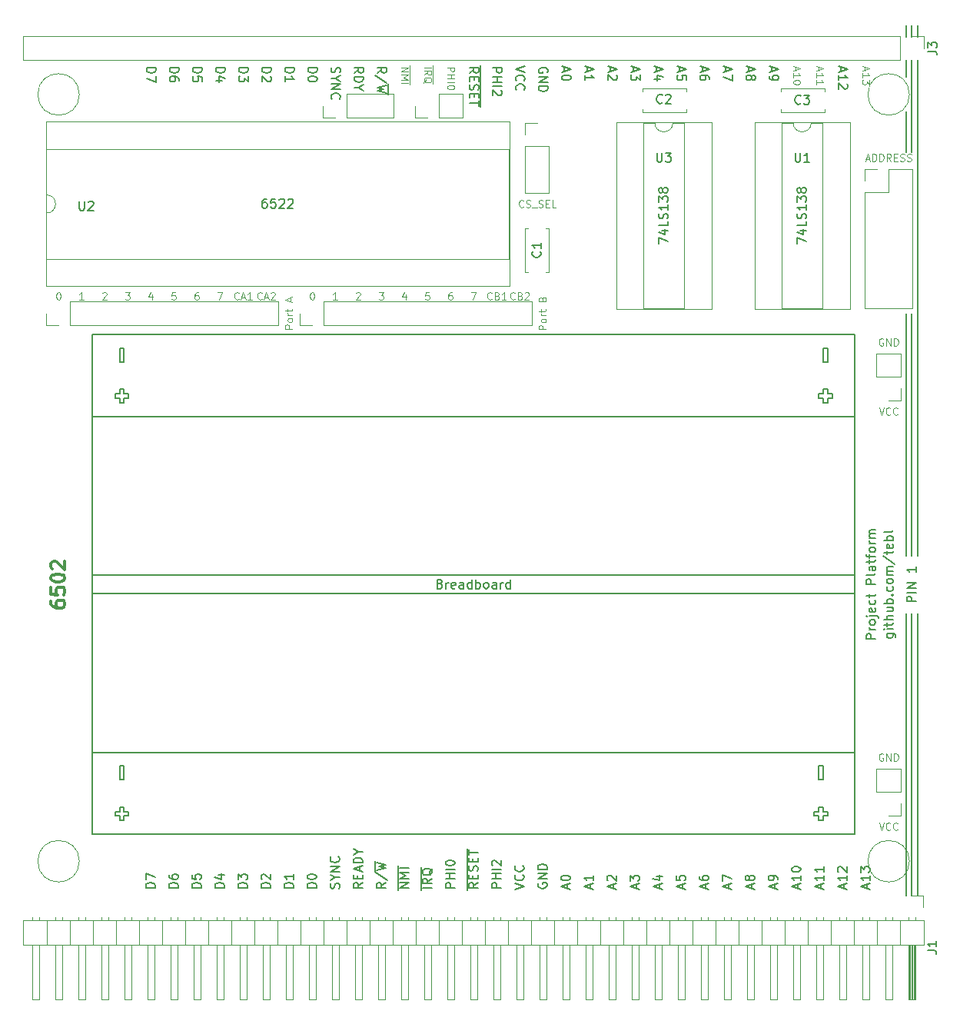
<source format=gto>
G04 #@! TF.FileFunction,Legend,Top*
%FSLAX46Y46*%
G04 Gerber Fmt 4.6, Leading zero omitted, Abs format (unit mm)*
G04 Created by KiCad (PCBNEW 4.0.7) date 01/10/20 22:13:22*
%MOMM*%
%LPD*%
G01*
G04 APERTURE LIST*
%ADD10C,0.100000*%
%ADD11C,0.200000*%
%ADD12C,0.150000*%
%ADD13C,0.300000*%
%ADD14C,0.120000*%
G04 APERTURE END LIST*
D10*
X126523810Y-78390714D02*
X126485715Y-78428810D01*
X126371429Y-78466905D01*
X126295239Y-78466905D01*
X126180953Y-78428810D01*
X126104762Y-78352619D01*
X126066667Y-78276429D01*
X126028572Y-78124048D01*
X126028572Y-78009762D01*
X126066667Y-77857381D01*
X126104762Y-77781190D01*
X126180953Y-77705000D01*
X126295239Y-77666905D01*
X126371429Y-77666905D01*
X126485715Y-77705000D01*
X126523810Y-77743095D01*
X126828572Y-78238333D02*
X127209524Y-78238333D01*
X126752381Y-78466905D02*
X127019048Y-77666905D01*
X127285715Y-78466905D01*
X127514286Y-77743095D02*
X127552381Y-77705000D01*
X127628572Y-77666905D01*
X127819048Y-77666905D01*
X127895238Y-77705000D01*
X127933334Y-77743095D01*
X127971429Y-77819286D01*
X127971429Y-77895476D01*
X127933334Y-78009762D01*
X127476191Y-78466905D01*
X127971429Y-78466905D01*
X123983810Y-78390714D02*
X123945715Y-78428810D01*
X123831429Y-78466905D01*
X123755239Y-78466905D01*
X123640953Y-78428810D01*
X123564762Y-78352619D01*
X123526667Y-78276429D01*
X123488572Y-78124048D01*
X123488572Y-78009762D01*
X123526667Y-77857381D01*
X123564762Y-77781190D01*
X123640953Y-77705000D01*
X123755239Y-77666905D01*
X123831429Y-77666905D01*
X123945715Y-77705000D01*
X123983810Y-77743095D01*
X124288572Y-78238333D02*
X124669524Y-78238333D01*
X124212381Y-78466905D02*
X124479048Y-77666905D01*
X124745715Y-78466905D01*
X125431429Y-78466905D02*
X124974286Y-78466905D01*
X125202857Y-78466905D02*
X125202857Y-77666905D01*
X125126667Y-77781190D01*
X125050476Y-77857381D01*
X124974286Y-77895476D01*
X154406667Y-78390714D02*
X154368572Y-78428810D01*
X154254286Y-78466905D01*
X154178096Y-78466905D01*
X154063810Y-78428810D01*
X153987619Y-78352619D01*
X153949524Y-78276429D01*
X153911429Y-78124048D01*
X153911429Y-78009762D01*
X153949524Y-77857381D01*
X153987619Y-77781190D01*
X154063810Y-77705000D01*
X154178096Y-77666905D01*
X154254286Y-77666905D01*
X154368572Y-77705000D01*
X154406667Y-77743095D01*
X155016191Y-78047857D02*
X155130477Y-78085952D01*
X155168572Y-78124048D01*
X155206667Y-78200238D01*
X155206667Y-78314524D01*
X155168572Y-78390714D01*
X155130477Y-78428810D01*
X155054286Y-78466905D01*
X154749524Y-78466905D01*
X154749524Y-77666905D01*
X155016191Y-77666905D01*
X155092381Y-77705000D01*
X155130477Y-77743095D01*
X155168572Y-77819286D01*
X155168572Y-77895476D01*
X155130477Y-77971667D01*
X155092381Y-78009762D01*
X155016191Y-78047857D01*
X154749524Y-78047857D01*
X155511429Y-77743095D02*
X155549524Y-77705000D01*
X155625715Y-77666905D01*
X155816191Y-77666905D01*
X155892381Y-77705000D01*
X155930477Y-77743095D01*
X155968572Y-77819286D01*
X155968572Y-77895476D01*
X155930477Y-78009762D01*
X155473334Y-78466905D01*
X155968572Y-78466905D01*
X151866667Y-78390714D02*
X151828572Y-78428810D01*
X151714286Y-78466905D01*
X151638096Y-78466905D01*
X151523810Y-78428810D01*
X151447619Y-78352619D01*
X151409524Y-78276429D01*
X151371429Y-78124048D01*
X151371429Y-78009762D01*
X151409524Y-77857381D01*
X151447619Y-77781190D01*
X151523810Y-77705000D01*
X151638096Y-77666905D01*
X151714286Y-77666905D01*
X151828572Y-77705000D01*
X151866667Y-77743095D01*
X152476191Y-78047857D02*
X152590477Y-78085952D01*
X152628572Y-78124048D01*
X152666667Y-78200238D01*
X152666667Y-78314524D01*
X152628572Y-78390714D01*
X152590477Y-78428810D01*
X152514286Y-78466905D01*
X152209524Y-78466905D01*
X152209524Y-77666905D01*
X152476191Y-77666905D01*
X152552381Y-77705000D01*
X152590477Y-77743095D01*
X152628572Y-77819286D01*
X152628572Y-77895476D01*
X152590477Y-77971667D01*
X152552381Y-78009762D01*
X152476191Y-78047857D01*
X152209524Y-78047857D01*
X153428572Y-78466905D02*
X152971429Y-78466905D01*
X153200000Y-78466905D02*
X153200000Y-77666905D01*
X153123810Y-77781190D01*
X153047619Y-77857381D01*
X152971429Y-77895476D01*
X121653334Y-77666905D02*
X122186667Y-77666905D01*
X121843810Y-78466905D01*
X119532381Y-77666905D02*
X119380000Y-77666905D01*
X119303810Y-77705000D01*
X119265715Y-77743095D01*
X119189524Y-77857381D01*
X119151429Y-78009762D01*
X119151429Y-78314524D01*
X119189524Y-78390714D01*
X119227619Y-78428810D01*
X119303810Y-78466905D01*
X119456191Y-78466905D01*
X119532381Y-78428810D01*
X119570477Y-78390714D01*
X119608572Y-78314524D01*
X119608572Y-78124048D01*
X119570477Y-78047857D01*
X119532381Y-78009762D01*
X119456191Y-77971667D01*
X119303810Y-77971667D01*
X119227619Y-78009762D01*
X119189524Y-78047857D01*
X119151429Y-78124048D01*
X117030477Y-77666905D02*
X116649524Y-77666905D01*
X116611429Y-78047857D01*
X116649524Y-78009762D01*
X116725715Y-77971667D01*
X116916191Y-77971667D01*
X116992381Y-78009762D01*
X117030477Y-78047857D01*
X117068572Y-78124048D01*
X117068572Y-78314524D01*
X117030477Y-78390714D01*
X116992381Y-78428810D01*
X116916191Y-78466905D01*
X116725715Y-78466905D01*
X116649524Y-78428810D01*
X116611429Y-78390714D01*
X114452381Y-77933571D02*
X114452381Y-78466905D01*
X114261905Y-77628810D02*
X114071429Y-78200238D01*
X114566667Y-78200238D01*
X111493334Y-77666905D02*
X111988572Y-77666905D01*
X111721905Y-77971667D01*
X111836191Y-77971667D01*
X111912381Y-78009762D01*
X111950477Y-78047857D01*
X111988572Y-78124048D01*
X111988572Y-78314524D01*
X111950477Y-78390714D01*
X111912381Y-78428810D01*
X111836191Y-78466905D01*
X111607619Y-78466905D01*
X111531429Y-78428810D01*
X111493334Y-78390714D01*
X108991429Y-77743095D02*
X109029524Y-77705000D01*
X109105715Y-77666905D01*
X109296191Y-77666905D01*
X109372381Y-77705000D01*
X109410477Y-77743095D01*
X109448572Y-77819286D01*
X109448572Y-77895476D01*
X109410477Y-78009762D01*
X108953334Y-78466905D01*
X109448572Y-78466905D01*
X106908572Y-78466905D02*
X106451429Y-78466905D01*
X106680000Y-78466905D02*
X106680000Y-77666905D01*
X106603810Y-77781190D01*
X106527619Y-77857381D01*
X106451429Y-77895476D01*
X104101905Y-77666905D02*
X104178096Y-77666905D01*
X104254286Y-77705000D01*
X104292381Y-77743095D01*
X104330477Y-77819286D01*
X104368572Y-77971667D01*
X104368572Y-78162143D01*
X104330477Y-78314524D01*
X104292381Y-78390714D01*
X104254286Y-78428810D01*
X104178096Y-78466905D01*
X104101905Y-78466905D01*
X104025715Y-78428810D01*
X103987619Y-78390714D01*
X103949524Y-78314524D01*
X103911429Y-78162143D01*
X103911429Y-77971667D01*
X103949524Y-77819286D01*
X103987619Y-77743095D01*
X104025715Y-77705000D01*
X104101905Y-77666905D01*
X134848572Y-78466905D02*
X134391429Y-78466905D01*
X134620000Y-78466905D02*
X134620000Y-77666905D01*
X134543810Y-77781190D01*
X134467619Y-77857381D01*
X134391429Y-77895476D01*
X136931429Y-77743095D02*
X136969524Y-77705000D01*
X137045715Y-77666905D01*
X137236191Y-77666905D01*
X137312381Y-77705000D01*
X137350477Y-77743095D01*
X137388572Y-77819286D01*
X137388572Y-77895476D01*
X137350477Y-78009762D01*
X136893334Y-78466905D01*
X137388572Y-78466905D01*
X139433334Y-77666905D02*
X139928572Y-77666905D01*
X139661905Y-77971667D01*
X139776191Y-77971667D01*
X139852381Y-78009762D01*
X139890477Y-78047857D01*
X139928572Y-78124048D01*
X139928572Y-78314524D01*
X139890477Y-78390714D01*
X139852381Y-78428810D01*
X139776191Y-78466905D01*
X139547619Y-78466905D01*
X139471429Y-78428810D01*
X139433334Y-78390714D01*
X142392381Y-77933571D02*
X142392381Y-78466905D01*
X142201905Y-77628810D02*
X142011429Y-78200238D01*
X142506667Y-78200238D01*
X144970477Y-77666905D02*
X144589524Y-77666905D01*
X144551429Y-78047857D01*
X144589524Y-78009762D01*
X144665715Y-77971667D01*
X144856191Y-77971667D01*
X144932381Y-78009762D01*
X144970477Y-78047857D01*
X145008572Y-78124048D01*
X145008572Y-78314524D01*
X144970477Y-78390714D01*
X144932381Y-78428810D01*
X144856191Y-78466905D01*
X144665715Y-78466905D01*
X144589524Y-78428810D01*
X144551429Y-78390714D01*
X147472381Y-77666905D02*
X147320000Y-77666905D01*
X147243810Y-77705000D01*
X147205715Y-77743095D01*
X147129524Y-77857381D01*
X147091429Y-78009762D01*
X147091429Y-78314524D01*
X147129524Y-78390714D01*
X147167619Y-78428810D01*
X147243810Y-78466905D01*
X147396191Y-78466905D01*
X147472381Y-78428810D01*
X147510477Y-78390714D01*
X147548572Y-78314524D01*
X147548572Y-78124048D01*
X147510477Y-78047857D01*
X147472381Y-78009762D01*
X147396191Y-77971667D01*
X147243810Y-77971667D01*
X147167619Y-78009762D01*
X147129524Y-78047857D01*
X147091429Y-78124048D01*
X149593334Y-77666905D02*
X150126667Y-77666905D01*
X149783810Y-78466905D01*
X132041905Y-77666905D02*
X132118096Y-77666905D01*
X132194286Y-77705000D01*
X132232381Y-77743095D01*
X132270477Y-77819286D01*
X132308572Y-77971667D01*
X132308572Y-78162143D01*
X132270477Y-78314524D01*
X132232381Y-78390714D01*
X132194286Y-78428810D01*
X132118096Y-78466905D01*
X132041905Y-78466905D01*
X131965715Y-78428810D01*
X131927619Y-78390714D01*
X131889524Y-78314524D01*
X131851429Y-78162143D01*
X131851429Y-77971667D01*
X131889524Y-77819286D01*
X131927619Y-77743095D01*
X131965715Y-77705000D01*
X132041905Y-77666905D01*
D11*
X198120000Y-62230000D02*
X198120000Y-52070000D01*
X197485000Y-57785000D02*
X197485000Y-62230000D01*
D10*
X194970477Y-128505000D02*
X194894286Y-128466905D01*
X194780001Y-128466905D01*
X194665715Y-128505000D01*
X194589524Y-128581190D01*
X194551429Y-128657381D01*
X194513334Y-128809762D01*
X194513334Y-128924048D01*
X194551429Y-129076429D01*
X194589524Y-129152619D01*
X194665715Y-129228810D01*
X194780001Y-129266905D01*
X194856191Y-129266905D01*
X194970477Y-129228810D01*
X195008572Y-129190714D01*
X195008572Y-128924048D01*
X194856191Y-128924048D01*
X195351429Y-129266905D02*
X195351429Y-128466905D01*
X195808572Y-129266905D01*
X195808572Y-128466905D01*
X196189524Y-129266905D02*
X196189524Y-128466905D01*
X196380000Y-128466905D01*
X196494286Y-128505000D01*
X196570477Y-128581190D01*
X196608572Y-128657381D01*
X196646667Y-128809762D01*
X196646667Y-128924048D01*
X196608572Y-129076429D01*
X196570477Y-129152619D01*
X196494286Y-129228810D01*
X196380000Y-129266905D01*
X196189524Y-129266905D01*
X194513333Y-136086905D02*
X194780000Y-136886905D01*
X195046667Y-136086905D01*
X195770476Y-136810714D02*
X195732381Y-136848810D01*
X195618095Y-136886905D01*
X195541905Y-136886905D01*
X195427619Y-136848810D01*
X195351428Y-136772619D01*
X195313333Y-136696429D01*
X195275238Y-136544048D01*
X195275238Y-136429762D01*
X195313333Y-136277381D01*
X195351428Y-136201190D01*
X195427619Y-136125000D01*
X195541905Y-136086905D01*
X195618095Y-136086905D01*
X195732381Y-136125000D01*
X195770476Y-136163095D01*
X196570476Y-136810714D02*
X196532381Y-136848810D01*
X196418095Y-136886905D01*
X196341905Y-136886905D01*
X196227619Y-136848810D01*
X196151428Y-136772619D01*
X196113333Y-136696429D01*
X196075238Y-136544048D01*
X196075238Y-136429762D01*
X196113333Y-136277381D01*
X196151428Y-136201190D01*
X196227619Y-136125000D01*
X196341905Y-136086905D01*
X196418095Y-136086905D01*
X196532381Y-136125000D01*
X196570476Y-136163095D01*
X194970477Y-82785000D02*
X194894286Y-82746905D01*
X194780001Y-82746905D01*
X194665715Y-82785000D01*
X194589524Y-82861190D01*
X194551429Y-82937381D01*
X194513334Y-83089762D01*
X194513334Y-83204048D01*
X194551429Y-83356429D01*
X194589524Y-83432619D01*
X194665715Y-83508810D01*
X194780001Y-83546905D01*
X194856191Y-83546905D01*
X194970477Y-83508810D01*
X195008572Y-83470714D01*
X195008572Y-83204048D01*
X194856191Y-83204048D01*
X195351429Y-83546905D02*
X195351429Y-82746905D01*
X195808572Y-83546905D01*
X195808572Y-82746905D01*
X196189524Y-83546905D02*
X196189524Y-82746905D01*
X196380000Y-82746905D01*
X196494286Y-82785000D01*
X196570477Y-82861190D01*
X196608572Y-82937381D01*
X196646667Y-83089762D01*
X196646667Y-83204048D01*
X196608572Y-83356429D01*
X196570477Y-83432619D01*
X196494286Y-83508810D01*
X196380000Y-83546905D01*
X196189524Y-83546905D01*
X194513333Y-90366905D02*
X194780000Y-91166905D01*
X195046667Y-90366905D01*
X195770476Y-91090714D02*
X195732381Y-91128810D01*
X195618095Y-91166905D01*
X195541905Y-91166905D01*
X195427619Y-91128810D01*
X195351428Y-91052619D01*
X195313333Y-90976429D01*
X195275238Y-90824048D01*
X195275238Y-90709762D01*
X195313333Y-90557381D01*
X195351428Y-90481190D01*
X195427619Y-90405000D01*
X195541905Y-90366905D01*
X195618095Y-90366905D01*
X195732381Y-90405000D01*
X195770476Y-90443095D01*
X196570476Y-91090714D02*
X196532381Y-91128810D01*
X196418095Y-91166905D01*
X196341905Y-91166905D01*
X196227619Y-91128810D01*
X196151428Y-91052619D01*
X196113333Y-90976429D01*
X196075238Y-90824048D01*
X196075238Y-90709762D01*
X196113333Y-90557381D01*
X196151428Y-90481190D01*
X196227619Y-90405000D01*
X196341905Y-90366905D01*
X196418095Y-90366905D01*
X196532381Y-90405000D01*
X196570476Y-90443095D01*
D11*
X197485000Y-52070000D02*
X197485000Y-53975000D01*
X198755000Y-80010000D02*
X198755000Y-52070000D01*
X198755000Y-106680000D02*
X198755000Y-80010000D01*
X198120000Y-80010000D02*
X198120000Y-106680000D01*
X197485000Y-106680000D02*
X197485000Y-80010000D01*
D10*
X146958095Y-52895476D02*
X147758095Y-52895476D01*
X147758095Y-53200238D01*
X147720000Y-53276429D01*
X147681905Y-53314524D01*
X147605714Y-53352619D01*
X147491429Y-53352619D01*
X147415238Y-53314524D01*
X147377143Y-53276429D01*
X147339048Y-53200238D01*
X147339048Y-52895476D01*
X146958095Y-53695476D02*
X147758095Y-53695476D01*
X147377143Y-53695476D02*
X147377143Y-54152619D01*
X146958095Y-54152619D02*
X147758095Y-54152619D01*
X146958095Y-54533571D02*
X147758095Y-54533571D01*
X147758095Y-55066904D02*
X147758095Y-55143095D01*
X147720000Y-55219285D01*
X147681905Y-55257380D01*
X147605714Y-55295476D01*
X147453333Y-55333571D01*
X147262857Y-55333571D01*
X147110476Y-55295476D01*
X147034286Y-55257380D01*
X146996190Y-55219285D01*
X146958095Y-55143095D01*
X146958095Y-55066904D01*
X146996190Y-54990714D01*
X147034286Y-54952618D01*
X147110476Y-54914523D01*
X147262857Y-54876428D01*
X147453333Y-54876428D01*
X147605714Y-54914523D01*
X147681905Y-54952618D01*
X147720000Y-54990714D01*
X147758095Y-55066904D01*
D12*
X147772381Y-143271905D02*
X146772381Y-143271905D01*
X146772381Y-142890952D01*
X146820000Y-142795714D01*
X146867619Y-142748095D01*
X146962857Y-142700476D01*
X147105714Y-142700476D01*
X147200952Y-142748095D01*
X147248571Y-142795714D01*
X147296190Y-142890952D01*
X147296190Y-143271905D01*
X147772381Y-142271905D02*
X146772381Y-142271905D01*
X147248571Y-142271905D02*
X147248571Y-141700476D01*
X147772381Y-141700476D02*
X146772381Y-141700476D01*
X147772381Y-141224286D02*
X146772381Y-141224286D01*
X146772381Y-140557620D02*
X146772381Y-140462381D01*
X146820000Y-140367143D01*
X146867619Y-140319524D01*
X146962857Y-140271905D01*
X147153333Y-140224286D01*
X147391429Y-140224286D01*
X147581905Y-140271905D01*
X147677143Y-140319524D01*
X147724762Y-140367143D01*
X147772381Y-140462381D01*
X147772381Y-140557620D01*
X147724762Y-140652858D01*
X147677143Y-140700477D01*
X147581905Y-140748096D01*
X147391429Y-140795715D01*
X147153333Y-140795715D01*
X146962857Y-140748096D01*
X146867619Y-140700477D01*
X146820000Y-140652858D01*
X146772381Y-140557620D01*
D10*
X192906667Y-52857381D02*
X192906667Y-53238333D01*
X192678095Y-52781190D02*
X193478095Y-53047857D01*
X192678095Y-53314524D01*
X192678095Y-54000238D02*
X192678095Y-53543095D01*
X192678095Y-53771666D02*
X193478095Y-53771666D01*
X193363810Y-53695476D01*
X193287619Y-53619285D01*
X193249524Y-53543095D01*
X193478095Y-54266905D02*
X193478095Y-54762143D01*
X193173333Y-54495476D01*
X193173333Y-54609762D01*
X193135238Y-54685952D01*
X193097143Y-54724048D01*
X193020952Y-54762143D01*
X192830476Y-54762143D01*
X192754286Y-54724048D01*
X192716190Y-54685952D01*
X192678095Y-54609762D01*
X192678095Y-54381190D01*
X192716190Y-54305000D01*
X192754286Y-54266905D01*
D12*
X190333333Y-52895476D02*
X190333333Y-53371667D01*
X190047619Y-52800238D02*
X191047619Y-53133571D01*
X190047619Y-53466905D01*
X190047619Y-54324048D02*
X190047619Y-53752619D01*
X190047619Y-54038333D02*
X191047619Y-54038333D01*
X190904762Y-53943095D01*
X190809524Y-53847857D01*
X190761905Y-53752619D01*
X190952381Y-54705000D02*
X191000000Y-54752619D01*
X191047619Y-54847857D01*
X191047619Y-55085953D01*
X191000000Y-55181191D01*
X190952381Y-55228810D01*
X190857143Y-55276429D01*
X190761905Y-55276429D01*
X190619048Y-55228810D01*
X190047619Y-54657381D01*
X190047619Y-55276429D01*
D10*
X187826667Y-52857381D02*
X187826667Y-53238333D01*
X187598095Y-52781190D02*
X188398095Y-53047857D01*
X187598095Y-53314524D01*
X187598095Y-54000238D02*
X187598095Y-53543095D01*
X187598095Y-53771666D02*
X188398095Y-53771666D01*
X188283810Y-53695476D01*
X188207619Y-53619285D01*
X188169524Y-53543095D01*
X187598095Y-54762143D02*
X187598095Y-54305000D01*
X187598095Y-54533571D02*
X188398095Y-54533571D01*
X188283810Y-54457381D01*
X188207619Y-54381190D01*
X188169524Y-54305000D01*
X185286667Y-52857381D02*
X185286667Y-53238333D01*
X185058095Y-52781190D02*
X185858095Y-53047857D01*
X185058095Y-53314524D01*
X185058095Y-54000238D02*
X185058095Y-53543095D01*
X185058095Y-53771666D02*
X185858095Y-53771666D01*
X185743810Y-53695476D01*
X185667619Y-53619285D01*
X185629524Y-53543095D01*
X185858095Y-54495476D02*
X185858095Y-54571667D01*
X185820000Y-54647857D01*
X185781905Y-54685952D01*
X185705714Y-54724048D01*
X185553333Y-54762143D01*
X185362857Y-54762143D01*
X185210476Y-54724048D01*
X185134286Y-54685952D01*
X185096190Y-54647857D01*
X185058095Y-54571667D01*
X185058095Y-54495476D01*
X185096190Y-54419286D01*
X185134286Y-54381190D01*
X185210476Y-54343095D01*
X185362857Y-54305000D01*
X185553333Y-54305000D01*
X185705714Y-54343095D01*
X185781905Y-54381190D01*
X185820000Y-54419286D01*
X185858095Y-54495476D01*
D12*
X182713333Y-52895476D02*
X182713333Y-53371667D01*
X182427619Y-52800238D02*
X183427619Y-53133571D01*
X182427619Y-53466905D01*
X182427619Y-53847857D02*
X182427619Y-54038333D01*
X182475238Y-54133572D01*
X182522857Y-54181191D01*
X182665714Y-54276429D01*
X182856190Y-54324048D01*
X183237143Y-54324048D01*
X183332381Y-54276429D01*
X183380000Y-54228810D01*
X183427619Y-54133572D01*
X183427619Y-53943095D01*
X183380000Y-53847857D01*
X183332381Y-53800238D01*
X183237143Y-53752619D01*
X182999048Y-53752619D01*
X182903810Y-53800238D01*
X182856190Y-53847857D01*
X182808571Y-53943095D01*
X182808571Y-54133572D01*
X182856190Y-54228810D01*
X182903810Y-54276429D01*
X182999048Y-54324048D01*
X180173333Y-52895476D02*
X180173333Y-53371667D01*
X179887619Y-52800238D02*
X180887619Y-53133571D01*
X179887619Y-53466905D01*
X180459048Y-53943095D02*
X180506667Y-53847857D01*
X180554286Y-53800238D01*
X180649524Y-53752619D01*
X180697143Y-53752619D01*
X180792381Y-53800238D01*
X180840000Y-53847857D01*
X180887619Y-53943095D01*
X180887619Y-54133572D01*
X180840000Y-54228810D01*
X180792381Y-54276429D01*
X180697143Y-54324048D01*
X180649524Y-54324048D01*
X180554286Y-54276429D01*
X180506667Y-54228810D01*
X180459048Y-54133572D01*
X180459048Y-53943095D01*
X180411429Y-53847857D01*
X180363810Y-53800238D01*
X180268571Y-53752619D01*
X180078095Y-53752619D01*
X179982857Y-53800238D01*
X179935238Y-53847857D01*
X179887619Y-53943095D01*
X179887619Y-54133572D01*
X179935238Y-54228810D01*
X179982857Y-54276429D01*
X180078095Y-54324048D01*
X180268571Y-54324048D01*
X180363810Y-54276429D01*
X180411429Y-54228810D01*
X180459048Y-54133572D01*
X177633333Y-52895476D02*
X177633333Y-53371667D01*
X177347619Y-52800238D02*
X178347619Y-53133571D01*
X177347619Y-53466905D01*
X178347619Y-53705000D02*
X178347619Y-54371667D01*
X177347619Y-53943095D01*
X175093333Y-52895476D02*
X175093333Y-53371667D01*
X174807619Y-52800238D02*
X175807619Y-53133571D01*
X174807619Y-53466905D01*
X175807619Y-54228810D02*
X175807619Y-54038333D01*
X175760000Y-53943095D01*
X175712381Y-53895476D01*
X175569524Y-53800238D01*
X175379048Y-53752619D01*
X174998095Y-53752619D01*
X174902857Y-53800238D01*
X174855238Y-53847857D01*
X174807619Y-53943095D01*
X174807619Y-54133572D01*
X174855238Y-54228810D01*
X174902857Y-54276429D01*
X174998095Y-54324048D01*
X175236190Y-54324048D01*
X175331429Y-54276429D01*
X175379048Y-54228810D01*
X175426667Y-54133572D01*
X175426667Y-53943095D01*
X175379048Y-53847857D01*
X175331429Y-53800238D01*
X175236190Y-53752619D01*
X172553333Y-52895476D02*
X172553333Y-53371667D01*
X172267619Y-52800238D02*
X173267619Y-53133571D01*
X172267619Y-53466905D01*
X173267619Y-54276429D02*
X173267619Y-53800238D01*
X172791429Y-53752619D01*
X172839048Y-53800238D01*
X172886667Y-53895476D01*
X172886667Y-54133572D01*
X172839048Y-54228810D01*
X172791429Y-54276429D01*
X172696190Y-54324048D01*
X172458095Y-54324048D01*
X172362857Y-54276429D01*
X172315238Y-54228810D01*
X172267619Y-54133572D01*
X172267619Y-53895476D01*
X172315238Y-53800238D01*
X172362857Y-53752619D01*
X170013333Y-52895476D02*
X170013333Y-53371667D01*
X169727619Y-52800238D02*
X170727619Y-53133571D01*
X169727619Y-53466905D01*
X170394286Y-54228810D02*
X169727619Y-54228810D01*
X170775238Y-53990714D02*
X170060952Y-53752619D01*
X170060952Y-54371667D01*
X167473333Y-52895476D02*
X167473333Y-53371667D01*
X167187619Y-52800238D02*
X168187619Y-53133571D01*
X167187619Y-53466905D01*
X168187619Y-53705000D02*
X168187619Y-54324048D01*
X167806667Y-53990714D01*
X167806667Y-54133572D01*
X167759048Y-54228810D01*
X167711429Y-54276429D01*
X167616190Y-54324048D01*
X167378095Y-54324048D01*
X167282857Y-54276429D01*
X167235238Y-54228810D01*
X167187619Y-54133572D01*
X167187619Y-53847857D01*
X167235238Y-53752619D01*
X167282857Y-53705000D01*
X164933333Y-52895476D02*
X164933333Y-53371667D01*
X164647619Y-52800238D02*
X165647619Y-53133571D01*
X164647619Y-53466905D01*
X165552381Y-53752619D02*
X165600000Y-53800238D01*
X165647619Y-53895476D01*
X165647619Y-54133572D01*
X165600000Y-54228810D01*
X165552381Y-54276429D01*
X165457143Y-54324048D01*
X165361905Y-54324048D01*
X165219048Y-54276429D01*
X164647619Y-53705000D01*
X164647619Y-54324048D01*
X162393333Y-52895476D02*
X162393333Y-53371667D01*
X162107619Y-52800238D02*
X163107619Y-53133571D01*
X162107619Y-53466905D01*
X162107619Y-54324048D02*
X162107619Y-53752619D01*
X162107619Y-54038333D02*
X163107619Y-54038333D01*
X162964762Y-53943095D01*
X162869524Y-53847857D01*
X162821905Y-53752619D01*
X159853333Y-52895476D02*
X159853333Y-53371667D01*
X159567619Y-52800238D02*
X160567619Y-53133571D01*
X159567619Y-53466905D01*
X160567619Y-53990714D02*
X160567619Y-54085953D01*
X160520000Y-54181191D01*
X160472381Y-54228810D01*
X160377143Y-54276429D01*
X160186667Y-54324048D01*
X159948571Y-54324048D01*
X159758095Y-54276429D01*
X159662857Y-54228810D01*
X159615238Y-54181191D01*
X159567619Y-54085953D01*
X159567619Y-53990714D01*
X159615238Y-53895476D01*
X159662857Y-53847857D01*
X159758095Y-53800238D01*
X159948571Y-53752619D01*
X160186667Y-53752619D01*
X160377143Y-53800238D01*
X160472381Y-53847857D01*
X160520000Y-53895476D01*
X160567619Y-53990714D01*
X157980000Y-53466905D02*
X158027619Y-53371667D01*
X158027619Y-53228810D01*
X157980000Y-53085952D01*
X157884762Y-52990714D01*
X157789524Y-52943095D01*
X157599048Y-52895476D01*
X157456190Y-52895476D01*
X157265714Y-52943095D01*
X157170476Y-52990714D01*
X157075238Y-53085952D01*
X157027619Y-53228810D01*
X157027619Y-53324048D01*
X157075238Y-53466905D01*
X157122857Y-53514524D01*
X157456190Y-53514524D01*
X157456190Y-53324048D01*
X157027619Y-53943095D02*
X158027619Y-53943095D01*
X157027619Y-54514524D01*
X158027619Y-54514524D01*
X157027619Y-54990714D02*
X158027619Y-54990714D01*
X158027619Y-55228809D01*
X157980000Y-55371667D01*
X157884762Y-55466905D01*
X157789524Y-55514524D01*
X157599048Y-55562143D01*
X157456190Y-55562143D01*
X157265714Y-55514524D01*
X157170476Y-55466905D01*
X157075238Y-55371667D01*
X157027619Y-55228809D01*
X157027619Y-54990714D01*
X155487619Y-52800238D02*
X154487619Y-53133571D01*
X155487619Y-53466905D01*
X154582857Y-54371667D02*
X154535238Y-54324048D01*
X154487619Y-54181191D01*
X154487619Y-54085953D01*
X154535238Y-53943095D01*
X154630476Y-53847857D01*
X154725714Y-53800238D01*
X154916190Y-53752619D01*
X155059048Y-53752619D01*
X155249524Y-53800238D01*
X155344762Y-53847857D01*
X155440000Y-53943095D01*
X155487619Y-54085953D01*
X155487619Y-54181191D01*
X155440000Y-54324048D01*
X155392381Y-54371667D01*
X154582857Y-55371667D02*
X154535238Y-55324048D01*
X154487619Y-55181191D01*
X154487619Y-55085953D01*
X154535238Y-54943095D01*
X154630476Y-54847857D01*
X154725714Y-54800238D01*
X154916190Y-54752619D01*
X155059048Y-54752619D01*
X155249524Y-54800238D01*
X155344762Y-54847857D01*
X155440000Y-54943095D01*
X155487619Y-55085953D01*
X155487619Y-55181191D01*
X155440000Y-55324048D01*
X155392381Y-55371667D01*
X151947619Y-52943095D02*
X152947619Y-52943095D01*
X152947619Y-53324048D01*
X152900000Y-53419286D01*
X152852381Y-53466905D01*
X152757143Y-53514524D01*
X152614286Y-53514524D01*
X152519048Y-53466905D01*
X152471429Y-53419286D01*
X152423810Y-53324048D01*
X152423810Y-52943095D01*
X151947619Y-53943095D02*
X152947619Y-53943095D01*
X152471429Y-53943095D02*
X152471429Y-54514524D01*
X151947619Y-54514524D02*
X152947619Y-54514524D01*
X151947619Y-54990714D02*
X152947619Y-54990714D01*
X152852381Y-55419285D02*
X152900000Y-55466904D01*
X152947619Y-55562142D01*
X152947619Y-55800238D01*
X152900000Y-55895476D01*
X152852381Y-55943095D01*
X152757143Y-55990714D01*
X152661905Y-55990714D01*
X152519048Y-55943095D01*
X151947619Y-55371666D01*
X151947619Y-55990714D01*
X149407619Y-53514524D02*
X149883810Y-53181190D01*
X149407619Y-52943095D02*
X150407619Y-52943095D01*
X150407619Y-53324048D01*
X150360000Y-53419286D01*
X150312381Y-53466905D01*
X150217143Y-53514524D01*
X150074286Y-53514524D01*
X149979048Y-53466905D01*
X149931429Y-53419286D01*
X149883810Y-53324048D01*
X149883810Y-52943095D01*
X149931429Y-53943095D02*
X149931429Y-54276429D01*
X149407619Y-54419286D02*
X149407619Y-53943095D01*
X150407619Y-53943095D01*
X150407619Y-54419286D01*
X149455238Y-54800238D02*
X149407619Y-54943095D01*
X149407619Y-55181191D01*
X149455238Y-55276429D01*
X149502857Y-55324048D01*
X149598095Y-55371667D01*
X149693333Y-55371667D01*
X149788571Y-55324048D01*
X149836190Y-55276429D01*
X149883810Y-55181191D01*
X149931429Y-54990714D01*
X149979048Y-54895476D01*
X150026667Y-54847857D01*
X150121905Y-54800238D01*
X150217143Y-54800238D01*
X150312381Y-54847857D01*
X150360000Y-54895476D01*
X150407619Y-54990714D01*
X150407619Y-55228810D01*
X150360000Y-55371667D01*
X149931429Y-55800238D02*
X149931429Y-56133572D01*
X149407619Y-56276429D02*
X149407619Y-55800238D01*
X150407619Y-55800238D01*
X150407619Y-56276429D01*
X150407619Y-56562143D02*
X150407619Y-57133572D01*
X149407619Y-56847857D02*
X150407619Y-56847857D01*
X150580000Y-52705000D02*
X150580000Y-57228810D01*
D10*
X144418095Y-52895476D02*
X145218095Y-52895476D01*
X144418095Y-53733571D02*
X144799048Y-53466904D01*
X144418095Y-53276428D02*
X145218095Y-53276428D01*
X145218095Y-53581190D01*
X145180000Y-53657381D01*
X145141905Y-53695476D01*
X145065714Y-53733571D01*
X144951429Y-53733571D01*
X144875238Y-53695476D01*
X144837143Y-53657381D01*
X144799048Y-53581190D01*
X144799048Y-53276428D01*
X144341905Y-54609762D02*
X144380000Y-54533571D01*
X144456190Y-54457381D01*
X144570476Y-54343095D01*
X144608571Y-54266904D01*
X144608571Y-54190714D01*
X144418095Y-54228809D02*
X144456190Y-54152619D01*
X144532381Y-54076428D01*
X144684762Y-54038333D01*
X144951429Y-54038333D01*
X145103810Y-54076428D01*
X145180000Y-54152619D01*
X145218095Y-54228809D01*
X145218095Y-54381190D01*
X145180000Y-54457381D01*
X145103810Y-54533571D01*
X144951429Y-54571666D01*
X144684762Y-54571666D01*
X144532381Y-54533571D01*
X144456190Y-54457381D01*
X144418095Y-54381190D01*
X144418095Y-54228809D01*
X145356000Y-52705000D02*
X145356000Y-54724047D01*
X141878095Y-52895476D02*
X142678095Y-52895476D01*
X141878095Y-53352619D01*
X142678095Y-53352619D01*
X141878095Y-53733571D02*
X142678095Y-53733571D01*
X142106667Y-54000238D01*
X142678095Y-54266905D01*
X141878095Y-54266905D01*
X141878095Y-54647857D02*
X142678095Y-54647857D01*
X142816000Y-52705000D02*
X142816000Y-54838333D01*
D12*
X139247619Y-53514524D02*
X139723810Y-53181190D01*
X139247619Y-52943095D02*
X140247619Y-52943095D01*
X140247619Y-53324048D01*
X140200000Y-53419286D01*
X140152381Y-53466905D01*
X140057143Y-53514524D01*
X139914286Y-53514524D01*
X139819048Y-53466905D01*
X139771429Y-53419286D01*
X139723810Y-53324048D01*
X139723810Y-52943095D01*
X140295238Y-54657381D02*
X139009524Y-53800238D01*
X140247619Y-54895476D02*
X139247619Y-55133571D01*
X139961905Y-55324048D01*
X139247619Y-55514524D01*
X140247619Y-55752619D01*
X140420000Y-54752619D02*
X140420000Y-55895476D01*
X136707619Y-53514524D02*
X137183810Y-53181190D01*
X136707619Y-52943095D02*
X137707619Y-52943095D01*
X137707619Y-53324048D01*
X137660000Y-53419286D01*
X137612381Y-53466905D01*
X137517143Y-53514524D01*
X137374286Y-53514524D01*
X137279048Y-53466905D01*
X137231429Y-53419286D01*
X137183810Y-53324048D01*
X137183810Y-52943095D01*
X136707619Y-53943095D02*
X137707619Y-53943095D01*
X137707619Y-54181190D01*
X137660000Y-54324048D01*
X137564762Y-54419286D01*
X137469524Y-54466905D01*
X137279048Y-54514524D01*
X137136190Y-54514524D01*
X136945714Y-54466905D01*
X136850476Y-54419286D01*
X136755238Y-54324048D01*
X136707619Y-54181190D01*
X136707619Y-53943095D01*
X137183810Y-55133571D02*
X136707619Y-55133571D01*
X137707619Y-54800238D02*
X137183810Y-55133571D01*
X137707619Y-55466905D01*
X134215238Y-52895476D02*
X134167619Y-53038333D01*
X134167619Y-53276429D01*
X134215238Y-53371667D01*
X134262857Y-53419286D01*
X134358095Y-53466905D01*
X134453333Y-53466905D01*
X134548571Y-53419286D01*
X134596190Y-53371667D01*
X134643810Y-53276429D01*
X134691429Y-53085952D01*
X134739048Y-52990714D01*
X134786667Y-52943095D01*
X134881905Y-52895476D01*
X134977143Y-52895476D01*
X135072381Y-52943095D01*
X135120000Y-52990714D01*
X135167619Y-53085952D01*
X135167619Y-53324048D01*
X135120000Y-53466905D01*
X134643810Y-54085952D02*
X134167619Y-54085952D01*
X135167619Y-53752619D02*
X134643810Y-54085952D01*
X135167619Y-54419286D01*
X134167619Y-54752619D02*
X135167619Y-54752619D01*
X134167619Y-55324048D01*
X135167619Y-55324048D01*
X134262857Y-56371667D02*
X134215238Y-56324048D01*
X134167619Y-56181191D01*
X134167619Y-56085953D01*
X134215238Y-55943095D01*
X134310476Y-55847857D01*
X134405714Y-55800238D01*
X134596190Y-55752619D01*
X134739048Y-55752619D01*
X134929524Y-55800238D01*
X135024762Y-55847857D01*
X135120000Y-55943095D01*
X135167619Y-56085953D01*
X135167619Y-56181191D01*
X135120000Y-56324048D01*
X135072381Y-56371667D01*
X131627619Y-52943095D02*
X132627619Y-52943095D01*
X132627619Y-53181190D01*
X132580000Y-53324048D01*
X132484762Y-53419286D01*
X132389524Y-53466905D01*
X132199048Y-53514524D01*
X132056190Y-53514524D01*
X131865714Y-53466905D01*
X131770476Y-53419286D01*
X131675238Y-53324048D01*
X131627619Y-53181190D01*
X131627619Y-52943095D01*
X132627619Y-54133571D02*
X132627619Y-54228810D01*
X132580000Y-54324048D01*
X132532381Y-54371667D01*
X132437143Y-54419286D01*
X132246667Y-54466905D01*
X132008571Y-54466905D01*
X131818095Y-54419286D01*
X131722857Y-54371667D01*
X131675238Y-54324048D01*
X131627619Y-54228810D01*
X131627619Y-54133571D01*
X131675238Y-54038333D01*
X131722857Y-53990714D01*
X131818095Y-53943095D01*
X132008571Y-53895476D01*
X132246667Y-53895476D01*
X132437143Y-53943095D01*
X132532381Y-53990714D01*
X132580000Y-54038333D01*
X132627619Y-54133571D01*
X129087619Y-52943095D02*
X130087619Y-52943095D01*
X130087619Y-53181190D01*
X130040000Y-53324048D01*
X129944762Y-53419286D01*
X129849524Y-53466905D01*
X129659048Y-53514524D01*
X129516190Y-53514524D01*
X129325714Y-53466905D01*
X129230476Y-53419286D01*
X129135238Y-53324048D01*
X129087619Y-53181190D01*
X129087619Y-52943095D01*
X129087619Y-54466905D02*
X129087619Y-53895476D01*
X129087619Y-54181190D02*
X130087619Y-54181190D01*
X129944762Y-54085952D01*
X129849524Y-53990714D01*
X129801905Y-53895476D01*
X126547619Y-52943095D02*
X127547619Y-52943095D01*
X127547619Y-53181190D01*
X127500000Y-53324048D01*
X127404762Y-53419286D01*
X127309524Y-53466905D01*
X127119048Y-53514524D01*
X126976190Y-53514524D01*
X126785714Y-53466905D01*
X126690476Y-53419286D01*
X126595238Y-53324048D01*
X126547619Y-53181190D01*
X126547619Y-52943095D01*
X127452381Y-53895476D02*
X127500000Y-53943095D01*
X127547619Y-54038333D01*
X127547619Y-54276429D01*
X127500000Y-54371667D01*
X127452381Y-54419286D01*
X127357143Y-54466905D01*
X127261905Y-54466905D01*
X127119048Y-54419286D01*
X126547619Y-53847857D01*
X126547619Y-54466905D01*
X124007619Y-52943095D02*
X125007619Y-52943095D01*
X125007619Y-53181190D01*
X124960000Y-53324048D01*
X124864762Y-53419286D01*
X124769524Y-53466905D01*
X124579048Y-53514524D01*
X124436190Y-53514524D01*
X124245714Y-53466905D01*
X124150476Y-53419286D01*
X124055238Y-53324048D01*
X124007619Y-53181190D01*
X124007619Y-52943095D01*
X125007619Y-53847857D02*
X125007619Y-54466905D01*
X124626667Y-54133571D01*
X124626667Y-54276429D01*
X124579048Y-54371667D01*
X124531429Y-54419286D01*
X124436190Y-54466905D01*
X124198095Y-54466905D01*
X124102857Y-54419286D01*
X124055238Y-54371667D01*
X124007619Y-54276429D01*
X124007619Y-53990714D01*
X124055238Y-53895476D01*
X124102857Y-53847857D01*
X121467619Y-52943095D02*
X122467619Y-52943095D01*
X122467619Y-53181190D01*
X122420000Y-53324048D01*
X122324762Y-53419286D01*
X122229524Y-53466905D01*
X122039048Y-53514524D01*
X121896190Y-53514524D01*
X121705714Y-53466905D01*
X121610476Y-53419286D01*
X121515238Y-53324048D01*
X121467619Y-53181190D01*
X121467619Y-52943095D01*
X122134286Y-54371667D02*
X121467619Y-54371667D01*
X122515238Y-54133571D02*
X121800952Y-53895476D01*
X121800952Y-54514524D01*
X118927619Y-52943095D02*
X119927619Y-52943095D01*
X119927619Y-53181190D01*
X119880000Y-53324048D01*
X119784762Y-53419286D01*
X119689524Y-53466905D01*
X119499048Y-53514524D01*
X119356190Y-53514524D01*
X119165714Y-53466905D01*
X119070476Y-53419286D01*
X118975238Y-53324048D01*
X118927619Y-53181190D01*
X118927619Y-52943095D01*
X119927619Y-54419286D02*
X119927619Y-53943095D01*
X119451429Y-53895476D01*
X119499048Y-53943095D01*
X119546667Y-54038333D01*
X119546667Y-54276429D01*
X119499048Y-54371667D01*
X119451429Y-54419286D01*
X119356190Y-54466905D01*
X119118095Y-54466905D01*
X119022857Y-54419286D01*
X118975238Y-54371667D01*
X118927619Y-54276429D01*
X118927619Y-54038333D01*
X118975238Y-53943095D01*
X119022857Y-53895476D01*
X116387619Y-52943095D02*
X117387619Y-52943095D01*
X117387619Y-53181190D01*
X117340000Y-53324048D01*
X117244762Y-53419286D01*
X117149524Y-53466905D01*
X116959048Y-53514524D01*
X116816190Y-53514524D01*
X116625714Y-53466905D01*
X116530476Y-53419286D01*
X116435238Y-53324048D01*
X116387619Y-53181190D01*
X116387619Y-52943095D01*
X117387619Y-54371667D02*
X117387619Y-54181190D01*
X117340000Y-54085952D01*
X117292381Y-54038333D01*
X117149524Y-53943095D01*
X116959048Y-53895476D01*
X116578095Y-53895476D01*
X116482857Y-53943095D01*
X116435238Y-53990714D01*
X116387619Y-54085952D01*
X116387619Y-54276429D01*
X116435238Y-54371667D01*
X116482857Y-54419286D01*
X116578095Y-54466905D01*
X116816190Y-54466905D01*
X116911429Y-54419286D01*
X116959048Y-54371667D01*
X117006667Y-54276429D01*
X117006667Y-54085952D01*
X116959048Y-53990714D01*
X116911429Y-53943095D01*
X116816190Y-53895476D01*
X113847619Y-52943095D02*
X114847619Y-52943095D01*
X114847619Y-53181190D01*
X114800000Y-53324048D01*
X114704762Y-53419286D01*
X114609524Y-53466905D01*
X114419048Y-53514524D01*
X114276190Y-53514524D01*
X114085714Y-53466905D01*
X113990476Y-53419286D01*
X113895238Y-53324048D01*
X113847619Y-53181190D01*
X113847619Y-52943095D01*
X114847619Y-53847857D02*
X114847619Y-54514524D01*
X113847619Y-54085952D01*
X193206667Y-143319524D02*
X193206667Y-142843333D01*
X193492381Y-143414762D02*
X192492381Y-143081429D01*
X193492381Y-142748095D01*
X193492381Y-141890952D02*
X193492381Y-142462381D01*
X193492381Y-142176667D02*
X192492381Y-142176667D01*
X192635238Y-142271905D01*
X192730476Y-142367143D01*
X192778095Y-142462381D01*
X192492381Y-141557619D02*
X192492381Y-140938571D01*
X192873333Y-141271905D01*
X192873333Y-141129047D01*
X192920952Y-141033809D01*
X192968571Y-140986190D01*
X193063810Y-140938571D01*
X193301905Y-140938571D01*
X193397143Y-140986190D01*
X193444762Y-141033809D01*
X193492381Y-141129047D01*
X193492381Y-141414762D01*
X193444762Y-141510000D01*
X193397143Y-141557619D01*
X190666667Y-143319524D02*
X190666667Y-142843333D01*
X190952381Y-143414762D02*
X189952381Y-143081429D01*
X190952381Y-142748095D01*
X190952381Y-141890952D02*
X190952381Y-142462381D01*
X190952381Y-142176667D02*
X189952381Y-142176667D01*
X190095238Y-142271905D01*
X190190476Y-142367143D01*
X190238095Y-142462381D01*
X190047619Y-141510000D02*
X190000000Y-141462381D01*
X189952381Y-141367143D01*
X189952381Y-141129047D01*
X190000000Y-141033809D01*
X190047619Y-140986190D01*
X190142857Y-140938571D01*
X190238095Y-140938571D01*
X190380952Y-140986190D01*
X190952381Y-141557619D01*
X190952381Y-140938571D01*
X188126667Y-143319524D02*
X188126667Y-142843333D01*
X188412381Y-143414762D02*
X187412381Y-143081429D01*
X188412381Y-142748095D01*
X188412381Y-141890952D02*
X188412381Y-142462381D01*
X188412381Y-142176667D02*
X187412381Y-142176667D01*
X187555238Y-142271905D01*
X187650476Y-142367143D01*
X187698095Y-142462381D01*
X188412381Y-140938571D02*
X188412381Y-141510000D01*
X188412381Y-141224286D02*
X187412381Y-141224286D01*
X187555238Y-141319524D01*
X187650476Y-141414762D01*
X187698095Y-141510000D01*
X185586667Y-143319524D02*
X185586667Y-142843333D01*
X185872381Y-143414762D02*
X184872381Y-143081429D01*
X185872381Y-142748095D01*
X185872381Y-141890952D02*
X185872381Y-142462381D01*
X185872381Y-142176667D02*
X184872381Y-142176667D01*
X185015238Y-142271905D01*
X185110476Y-142367143D01*
X185158095Y-142462381D01*
X184872381Y-141271905D02*
X184872381Y-141176666D01*
X184920000Y-141081428D01*
X184967619Y-141033809D01*
X185062857Y-140986190D01*
X185253333Y-140938571D01*
X185491429Y-140938571D01*
X185681905Y-140986190D01*
X185777143Y-141033809D01*
X185824762Y-141081428D01*
X185872381Y-141176666D01*
X185872381Y-141271905D01*
X185824762Y-141367143D01*
X185777143Y-141414762D01*
X185681905Y-141462381D01*
X185491429Y-141510000D01*
X185253333Y-141510000D01*
X185062857Y-141462381D01*
X184967619Y-141414762D01*
X184920000Y-141367143D01*
X184872381Y-141271905D01*
X183046667Y-143319524D02*
X183046667Y-142843333D01*
X183332381Y-143414762D02*
X182332381Y-143081429D01*
X183332381Y-142748095D01*
X183332381Y-142367143D02*
X183332381Y-142176667D01*
X183284762Y-142081428D01*
X183237143Y-142033809D01*
X183094286Y-141938571D01*
X182903810Y-141890952D01*
X182522857Y-141890952D01*
X182427619Y-141938571D01*
X182380000Y-141986190D01*
X182332381Y-142081428D01*
X182332381Y-142271905D01*
X182380000Y-142367143D01*
X182427619Y-142414762D01*
X182522857Y-142462381D01*
X182760952Y-142462381D01*
X182856190Y-142414762D01*
X182903810Y-142367143D01*
X182951429Y-142271905D01*
X182951429Y-142081428D01*
X182903810Y-141986190D01*
X182856190Y-141938571D01*
X182760952Y-141890952D01*
X180506667Y-143319524D02*
X180506667Y-142843333D01*
X180792381Y-143414762D02*
X179792381Y-143081429D01*
X180792381Y-142748095D01*
X180220952Y-142271905D02*
X180173333Y-142367143D01*
X180125714Y-142414762D01*
X180030476Y-142462381D01*
X179982857Y-142462381D01*
X179887619Y-142414762D01*
X179840000Y-142367143D01*
X179792381Y-142271905D01*
X179792381Y-142081428D01*
X179840000Y-141986190D01*
X179887619Y-141938571D01*
X179982857Y-141890952D01*
X180030476Y-141890952D01*
X180125714Y-141938571D01*
X180173333Y-141986190D01*
X180220952Y-142081428D01*
X180220952Y-142271905D01*
X180268571Y-142367143D01*
X180316190Y-142414762D01*
X180411429Y-142462381D01*
X180601905Y-142462381D01*
X180697143Y-142414762D01*
X180744762Y-142367143D01*
X180792381Y-142271905D01*
X180792381Y-142081428D01*
X180744762Y-141986190D01*
X180697143Y-141938571D01*
X180601905Y-141890952D01*
X180411429Y-141890952D01*
X180316190Y-141938571D01*
X180268571Y-141986190D01*
X180220952Y-142081428D01*
X177966667Y-143319524D02*
X177966667Y-142843333D01*
X178252381Y-143414762D02*
X177252381Y-143081429D01*
X178252381Y-142748095D01*
X177252381Y-142510000D02*
X177252381Y-141843333D01*
X178252381Y-142271905D01*
X175426667Y-143319524D02*
X175426667Y-142843333D01*
X175712381Y-143414762D02*
X174712381Y-143081429D01*
X175712381Y-142748095D01*
X174712381Y-141986190D02*
X174712381Y-142176667D01*
X174760000Y-142271905D01*
X174807619Y-142319524D01*
X174950476Y-142414762D01*
X175140952Y-142462381D01*
X175521905Y-142462381D01*
X175617143Y-142414762D01*
X175664762Y-142367143D01*
X175712381Y-142271905D01*
X175712381Y-142081428D01*
X175664762Y-141986190D01*
X175617143Y-141938571D01*
X175521905Y-141890952D01*
X175283810Y-141890952D01*
X175188571Y-141938571D01*
X175140952Y-141986190D01*
X175093333Y-142081428D01*
X175093333Y-142271905D01*
X175140952Y-142367143D01*
X175188571Y-142414762D01*
X175283810Y-142462381D01*
X172886667Y-143319524D02*
X172886667Y-142843333D01*
X173172381Y-143414762D02*
X172172381Y-143081429D01*
X173172381Y-142748095D01*
X172172381Y-141938571D02*
X172172381Y-142414762D01*
X172648571Y-142462381D01*
X172600952Y-142414762D01*
X172553333Y-142319524D01*
X172553333Y-142081428D01*
X172600952Y-141986190D01*
X172648571Y-141938571D01*
X172743810Y-141890952D01*
X172981905Y-141890952D01*
X173077143Y-141938571D01*
X173124762Y-141986190D01*
X173172381Y-142081428D01*
X173172381Y-142319524D01*
X173124762Y-142414762D01*
X173077143Y-142462381D01*
X170346667Y-143319524D02*
X170346667Y-142843333D01*
X170632381Y-143414762D02*
X169632381Y-143081429D01*
X170632381Y-142748095D01*
X169965714Y-141986190D02*
X170632381Y-141986190D01*
X169584762Y-142224286D02*
X170299048Y-142462381D01*
X170299048Y-141843333D01*
X167806667Y-143319524D02*
X167806667Y-142843333D01*
X168092381Y-143414762D02*
X167092381Y-143081429D01*
X168092381Y-142748095D01*
X167092381Y-142510000D02*
X167092381Y-141890952D01*
X167473333Y-142224286D01*
X167473333Y-142081428D01*
X167520952Y-141986190D01*
X167568571Y-141938571D01*
X167663810Y-141890952D01*
X167901905Y-141890952D01*
X167997143Y-141938571D01*
X168044762Y-141986190D01*
X168092381Y-142081428D01*
X168092381Y-142367143D01*
X168044762Y-142462381D01*
X167997143Y-142510000D01*
X165266667Y-143319524D02*
X165266667Y-142843333D01*
X165552381Y-143414762D02*
X164552381Y-143081429D01*
X165552381Y-142748095D01*
X164647619Y-142462381D02*
X164600000Y-142414762D01*
X164552381Y-142319524D01*
X164552381Y-142081428D01*
X164600000Y-141986190D01*
X164647619Y-141938571D01*
X164742857Y-141890952D01*
X164838095Y-141890952D01*
X164980952Y-141938571D01*
X165552381Y-142510000D01*
X165552381Y-141890952D01*
X162726667Y-143319524D02*
X162726667Y-142843333D01*
X163012381Y-143414762D02*
X162012381Y-143081429D01*
X163012381Y-142748095D01*
X163012381Y-141890952D02*
X163012381Y-142462381D01*
X163012381Y-142176667D02*
X162012381Y-142176667D01*
X162155238Y-142271905D01*
X162250476Y-142367143D01*
X162298095Y-142462381D01*
X160186667Y-143319524D02*
X160186667Y-142843333D01*
X160472381Y-143414762D02*
X159472381Y-143081429D01*
X160472381Y-142748095D01*
X159472381Y-142224286D02*
X159472381Y-142129047D01*
X159520000Y-142033809D01*
X159567619Y-141986190D01*
X159662857Y-141938571D01*
X159853333Y-141890952D01*
X160091429Y-141890952D01*
X160281905Y-141938571D01*
X160377143Y-141986190D01*
X160424762Y-142033809D01*
X160472381Y-142129047D01*
X160472381Y-142224286D01*
X160424762Y-142319524D01*
X160377143Y-142367143D01*
X160281905Y-142414762D01*
X160091429Y-142462381D01*
X159853333Y-142462381D01*
X159662857Y-142414762D01*
X159567619Y-142367143D01*
X159520000Y-142319524D01*
X159472381Y-142224286D01*
X156980000Y-142748095D02*
X156932381Y-142843333D01*
X156932381Y-142986190D01*
X156980000Y-143129048D01*
X157075238Y-143224286D01*
X157170476Y-143271905D01*
X157360952Y-143319524D01*
X157503810Y-143319524D01*
X157694286Y-143271905D01*
X157789524Y-143224286D01*
X157884762Y-143129048D01*
X157932381Y-142986190D01*
X157932381Y-142890952D01*
X157884762Y-142748095D01*
X157837143Y-142700476D01*
X157503810Y-142700476D01*
X157503810Y-142890952D01*
X157932381Y-142271905D02*
X156932381Y-142271905D01*
X157932381Y-141700476D01*
X156932381Y-141700476D01*
X157932381Y-141224286D02*
X156932381Y-141224286D01*
X156932381Y-140986191D01*
X156980000Y-140843333D01*
X157075238Y-140748095D01*
X157170476Y-140700476D01*
X157360952Y-140652857D01*
X157503810Y-140652857D01*
X157694286Y-140700476D01*
X157789524Y-140748095D01*
X157884762Y-140843333D01*
X157932381Y-140986191D01*
X157932381Y-141224286D01*
X154392381Y-143414762D02*
X155392381Y-143081429D01*
X154392381Y-142748095D01*
X155297143Y-141843333D02*
X155344762Y-141890952D01*
X155392381Y-142033809D01*
X155392381Y-142129047D01*
X155344762Y-142271905D01*
X155249524Y-142367143D01*
X155154286Y-142414762D01*
X154963810Y-142462381D01*
X154820952Y-142462381D01*
X154630476Y-142414762D01*
X154535238Y-142367143D01*
X154440000Y-142271905D01*
X154392381Y-142129047D01*
X154392381Y-142033809D01*
X154440000Y-141890952D01*
X154487619Y-141843333D01*
X155297143Y-140843333D02*
X155344762Y-140890952D01*
X155392381Y-141033809D01*
X155392381Y-141129047D01*
X155344762Y-141271905D01*
X155249524Y-141367143D01*
X155154286Y-141414762D01*
X154963810Y-141462381D01*
X154820952Y-141462381D01*
X154630476Y-141414762D01*
X154535238Y-141367143D01*
X154440000Y-141271905D01*
X154392381Y-141129047D01*
X154392381Y-141033809D01*
X154440000Y-140890952D01*
X154487619Y-140843333D01*
X152852381Y-143271905D02*
X151852381Y-143271905D01*
X151852381Y-142890952D01*
X151900000Y-142795714D01*
X151947619Y-142748095D01*
X152042857Y-142700476D01*
X152185714Y-142700476D01*
X152280952Y-142748095D01*
X152328571Y-142795714D01*
X152376190Y-142890952D01*
X152376190Y-143271905D01*
X152852381Y-142271905D02*
X151852381Y-142271905D01*
X152328571Y-142271905D02*
X152328571Y-141700476D01*
X152852381Y-141700476D02*
X151852381Y-141700476D01*
X152852381Y-141224286D02*
X151852381Y-141224286D01*
X151947619Y-140795715D02*
X151900000Y-140748096D01*
X151852381Y-140652858D01*
X151852381Y-140414762D01*
X151900000Y-140319524D01*
X151947619Y-140271905D01*
X152042857Y-140224286D01*
X152138095Y-140224286D01*
X152280952Y-140271905D01*
X152852381Y-140843334D01*
X152852381Y-140224286D01*
X150312381Y-142700476D02*
X149836190Y-143033810D01*
X150312381Y-143271905D02*
X149312381Y-143271905D01*
X149312381Y-142890952D01*
X149360000Y-142795714D01*
X149407619Y-142748095D01*
X149502857Y-142700476D01*
X149645714Y-142700476D01*
X149740952Y-142748095D01*
X149788571Y-142795714D01*
X149836190Y-142890952D01*
X149836190Y-143271905D01*
X149788571Y-142271905D02*
X149788571Y-141938571D01*
X150312381Y-141795714D02*
X150312381Y-142271905D01*
X149312381Y-142271905D01*
X149312381Y-141795714D01*
X150264762Y-141414762D02*
X150312381Y-141271905D01*
X150312381Y-141033809D01*
X150264762Y-140938571D01*
X150217143Y-140890952D01*
X150121905Y-140843333D01*
X150026667Y-140843333D01*
X149931429Y-140890952D01*
X149883810Y-140938571D01*
X149836190Y-141033809D01*
X149788571Y-141224286D01*
X149740952Y-141319524D01*
X149693333Y-141367143D01*
X149598095Y-141414762D01*
X149502857Y-141414762D01*
X149407619Y-141367143D01*
X149360000Y-141319524D01*
X149312381Y-141224286D01*
X149312381Y-140986190D01*
X149360000Y-140843333D01*
X149788571Y-140414762D02*
X149788571Y-140081428D01*
X150312381Y-139938571D02*
X150312381Y-140414762D01*
X149312381Y-140414762D01*
X149312381Y-139938571D01*
X149312381Y-139652857D02*
X149312381Y-139081428D01*
X150312381Y-139367143D02*
X149312381Y-139367143D01*
X149140000Y-143510000D02*
X149140000Y-138986190D01*
X145232381Y-143271905D02*
X144232381Y-143271905D01*
X145232381Y-142224286D02*
X144756190Y-142557620D01*
X145232381Y-142795715D02*
X144232381Y-142795715D01*
X144232381Y-142414762D01*
X144280000Y-142319524D01*
X144327619Y-142271905D01*
X144422857Y-142224286D01*
X144565714Y-142224286D01*
X144660952Y-142271905D01*
X144708571Y-142319524D01*
X144756190Y-142414762D01*
X144756190Y-142795715D01*
X145327619Y-141129048D02*
X145280000Y-141224286D01*
X145184762Y-141319524D01*
X145041905Y-141462381D01*
X144994286Y-141557620D01*
X144994286Y-141652858D01*
X145232381Y-141605239D02*
X145184762Y-141700477D01*
X145089524Y-141795715D01*
X144899048Y-141843334D01*
X144565714Y-141843334D01*
X144375238Y-141795715D01*
X144280000Y-141700477D01*
X144232381Y-141605239D01*
X144232381Y-141414762D01*
X144280000Y-141319524D01*
X144375238Y-141224286D01*
X144565714Y-141176667D01*
X144899048Y-141176667D01*
X145089524Y-141224286D01*
X145184762Y-141319524D01*
X145232381Y-141414762D01*
X145232381Y-141605239D01*
X144060000Y-143510000D02*
X144060000Y-140986191D01*
X142692381Y-143271905D02*
X141692381Y-143271905D01*
X142692381Y-142700476D01*
X141692381Y-142700476D01*
X142692381Y-142224286D02*
X141692381Y-142224286D01*
X142406667Y-141890952D01*
X141692381Y-141557619D01*
X142692381Y-141557619D01*
X142692381Y-141081429D02*
X141692381Y-141081429D01*
X141520000Y-143510000D02*
X141520000Y-140843334D01*
X140152381Y-142700476D02*
X139676190Y-143033810D01*
X140152381Y-143271905D02*
X139152381Y-143271905D01*
X139152381Y-142890952D01*
X139200000Y-142795714D01*
X139247619Y-142748095D01*
X139342857Y-142700476D01*
X139485714Y-142700476D01*
X139580952Y-142748095D01*
X139628571Y-142795714D01*
X139676190Y-142890952D01*
X139676190Y-143271905D01*
X139104762Y-141557619D02*
X140390476Y-142414762D01*
X139152381Y-141319524D02*
X140152381Y-141081429D01*
X139438095Y-140890952D01*
X140152381Y-140700476D01*
X139152381Y-140462381D01*
X138980000Y-141462381D02*
X138980000Y-140319524D01*
X137612381Y-142700476D02*
X137136190Y-143033810D01*
X137612381Y-143271905D02*
X136612381Y-143271905D01*
X136612381Y-142890952D01*
X136660000Y-142795714D01*
X136707619Y-142748095D01*
X136802857Y-142700476D01*
X136945714Y-142700476D01*
X137040952Y-142748095D01*
X137088571Y-142795714D01*
X137136190Y-142890952D01*
X137136190Y-143271905D01*
X137088571Y-142271905D02*
X137088571Y-141938571D01*
X137612381Y-141795714D02*
X137612381Y-142271905D01*
X136612381Y-142271905D01*
X136612381Y-141795714D01*
X137326667Y-141414762D02*
X137326667Y-140938571D01*
X137612381Y-141510000D02*
X136612381Y-141176667D01*
X137612381Y-140843333D01*
X137612381Y-140510000D02*
X136612381Y-140510000D01*
X136612381Y-140271905D01*
X136660000Y-140129047D01*
X136755238Y-140033809D01*
X136850476Y-139986190D01*
X137040952Y-139938571D01*
X137183810Y-139938571D01*
X137374286Y-139986190D01*
X137469524Y-140033809D01*
X137564762Y-140129047D01*
X137612381Y-140271905D01*
X137612381Y-140510000D01*
X137136190Y-139319524D02*
X137612381Y-139319524D01*
X136612381Y-139652857D02*
X137136190Y-139319524D01*
X136612381Y-138986190D01*
X135024762Y-143319524D02*
X135072381Y-143176667D01*
X135072381Y-142938571D01*
X135024762Y-142843333D01*
X134977143Y-142795714D01*
X134881905Y-142748095D01*
X134786667Y-142748095D01*
X134691429Y-142795714D01*
X134643810Y-142843333D01*
X134596190Y-142938571D01*
X134548571Y-143129048D01*
X134500952Y-143224286D01*
X134453333Y-143271905D01*
X134358095Y-143319524D01*
X134262857Y-143319524D01*
X134167619Y-143271905D01*
X134120000Y-143224286D01*
X134072381Y-143129048D01*
X134072381Y-142890952D01*
X134120000Y-142748095D01*
X134596190Y-142129048D02*
X135072381Y-142129048D01*
X134072381Y-142462381D02*
X134596190Y-142129048D01*
X134072381Y-141795714D01*
X135072381Y-141462381D02*
X134072381Y-141462381D01*
X135072381Y-140890952D01*
X134072381Y-140890952D01*
X134977143Y-139843333D02*
X135024762Y-139890952D01*
X135072381Y-140033809D01*
X135072381Y-140129047D01*
X135024762Y-140271905D01*
X134929524Y-140367143D01*
X134834286Y-140414762D01*
X134643810Y-140462381D01*
X134500952Y-140462381D01*
X134310476Y-140414762D01*
X134215238Y-140367143D01*
X134120000Y-140271905D01*
X134072381Y-140129047D01*
X134072381Y-140033809D01*
X134120000Y-139890952D01*
X134167619Y-139843333D01*
X132532381Y-143271905D02*
X131532381Y-143271905D01*
X131532381Y-143033810D01*
X131580000Y-142890952D01*
X131675238Y-142795714D01*
X131770476Y-142748095D01*
X131960952Y-142700476D01*
X132103810Y-142700476D01*
X132294286Y-142748095D01*
X132389524Y-142795714D01*
X132484762Y-142890952D01*
X132532381Y-143033810D01*
X132532381Y-143271905D01*
X131532381Y-142081429D02*
X131532381Y-141986190D01*
X131580000Y-141890952D01*
X131627619Y-141843333D01*
X131722857Y-141795714D01*
X131913333Y-141748095D01*
X132151429Y-141748095D01*
X132341905Y-141795714D01*
X132437143Y-141843333D01*
X132484762Y-141890952D01*
X132532381Y-141986190D01*
X132532381Y-142081429D01*
X132484762Y-142176667D01*
X132437143Y-142224286D01*
X132341905Y-142271905D01*
X132151429Y-142319524D01*
X131913333Y-142319524D01*
X131722857Y-142271905D01*
X131627619Y-142224286D01*
X131580000Y-142176667D01*
X131532381Y-142081429D01*
X129992381Y-143271905D02*
X128992381Y-143271905D01*
X128992381Y-143033810D01*
X129040000Y-142890952D01*
X129135238Y-142795714D01*
X129230476Y-142748095D01*
X129420952Y-142700476D01*
X129563810Y-142700476D01*
X129754286Y-142748095D01*
X129849524Y-142795714D01*
X129944762Y-142890952D01*
X129992381Y-143033810D01*
X129992381Y-143271905D01*
X129992381Y-141748095D02*
X129992381Y-142319524D01*
X129992381Y-142033810D02*
X128992381Y-142033810D01*
X129135238Y-142129048D01*
X129230476Y-142224286D01*
X129278095Y-142319524D01*
X127452381Y-143271905D02*
X126452381Y-143271905D01*
X126452381Y-143033810D01*
X126500000Y-142890952D01*
X126595238Y-142795714D01*
X126690476Y-142748095D01*
X126880952Y-142700476D01*
X127023810Y-142700476D01*
X127214286Y-142748095D01*
X127309524Y-142795714D01*
X127404762Y-142890952D01*
X127452381Y-143033810D01*
X127452381Y-143271905D01*
X126547619Y-142319524D02*
X126500000Y-142271905D01*
X126452381Y-142176667D01*
X126452381Y-141938571D01*
X126500000Y-141843333D01*
X126547619Y-141795714D01*
X126642857Y-141748095D01*
X126738095Y-141748095D01*
X126880952Y-141795714D01*
X127452381Y-142367143D01*
X127452381Y-141748095D01*
X124912381Y-143271905D02*
X123912381Y-143271905D01*
X123912381Y-143033810D01*
X123960000Y-142890952D01*
X124055238Y-142795714D01*
X124150476Y-142748095D01*
X124340952Y-142700476D01*
X124483810Y-142700476D01*
X124674286Y-142748095D01*
X124769524Y-142795714D01*
X124864762Y-142890952D01*
X124912381Y-143033810D01*
X124912381Y-143271905D01*
X123912381Y-142367143D02*
X123912381Y-141748095D01*
X124293333Y-142081429D01*
X124293333Y-141938571D01*
X124340952Y-141843333D01*
X124388571Y-141795714D01*
X124483810Y-141748095D01*
X124721905Y-141748095D01*
X124817143Y-141795714D01*
X124864762Y-141843333D01*
X124912381Y-141938571D01*
X124912381Y-142224286D01*
X124864762Y-142319524D01*
X124817143Y-142367143D01*
X122372381Y-143271905D02*
X121372381Y-143271905D01*
X121372381Y-143033810D01*
X121420000Y-142890952D01*
X121515238Y-142795714D01*
X121610476Y-142748095D01*
X121800952Y-142700476D01*
X121943810Y-142700476D01*
X122134286Y-142748095D01*
X122229524Y-142795714D01*
X122324762Y-142890952D01*
X122372381Y-143033810D01*
X122372381Y-143271905D01*
X121705714Y-141843333D02*
X122372381Y-141843333D01*
X121324762Y-142081429D02*
X122039048Y-142319524D01*
X122039048Y-141700476D01*
X119832381Y-143271905D02*
X118832381Y-143271905D01*
X118832381Y-143033810D01*
X118880000Y-142890952D01*
X118975238Y-142795714D01*
X119070476Y-142748095D01*
X119260952Y-142700476D01*
X119403810Y-142700476D01*
X119594286Y-142748095D01*
X119689524Y-142795714D01*
X119784762Y-142890952D01*
X119832381Y-143033810D01*
X119832381Y-143271905D01*
X118832381Y-141795714D02*
X118832381Y-142271905D01*
X119308571Y-142319524D01*
X119260952Y-142271905D01*
X119213333Y-142176667D01*
X119213333Y-141938571D01*
X119260952Y-141843333D01*
X119308571Y-141795714D01*
X119403810Y-141748095D01*
X119641905Y-141748095D01*
X119737143Y-141795714D01*
X119784762Y-141843333D01*
X119832381Y-141938571D01*
X119832381Y-142176667D01*
X119784762Y-142271905D01*
X119737143Y-142319524D01*
X117292381Y-143271905D02*
X116292381Y-143271905D01*
X116292381Y-143033810D01*
X116340000Y-142890952D01*
X116435238Y-142795714D01*
X116530476Y-142748095D01*
X116720952Y-142700476D01*
X116863810Y-142700476D01*
X117054286Y-142748095D01*
X117149524Y-142795714D01*
X117244762Y-142890952D01*
X117292381Y-143033810D01*
X117292381Y-143271905D01*
X116292381Y-141843333D02*
X116292381Y-142033810D01*
X116340000Y-142129048D01*
X116387619Y-142176667D01*
X116530476Y-142271905D01*
X116720952Y-142319524D01*
X117101905Y-142319524D01*
X117197143Y-142271905D01*
X117244762Y-142224286D01*
X117292381Y-142129048D01*
X117292381Y-141938571D01*
X117244762Y-141843333D01*
X117197143Y-141795714D01*
X117101905Y-141748095D01*
X116863810Y-141748095D01*
X116768571Y-141795714D01*
X116720952Y-141843333D01*
X116673333Y-141938571D01*
X116673333Y-142129048D01*
X116720952Y-142224286D01*
X116768571Y-142271905D01*
X116863810Y-142319524D01*
X114752381Y-143271905D02*
X113752381Y-143271905D01*
X113752381Y-143033810D01*
X113800000Y-142890952D01*
X113895238Y-142795714D01*
X113990476Y-142748095D01*
X114180952Y-142700476D01*
X114323810Y-142700476D01*
X114514286Y-142748095D01*
X114609524Y-142795714D01*
X114704762Y-142890952D01*
X114752381Y-143033810D01*
X114752381Y-143271905D01*
X113752381Y-142367143D02*
X113752381Y-141700476D01*
X114752381Y-142129048D01*
X195365714Y-115259762D02*
X196175238Y-115259762D01*
X196270476Y-115307381D01*
X196318095Y-115355000D01*
X196365714Y-115450239D01*
X196365714Y-115593096D01*
X196318095Y-115688334D01*
X195984762Y-115259762D02*
X196032381Y-115355000D01*
X196032381Y-115545477D01*
X195984762Y-115640715D01*
X195937143Y-115688334D01*
X195841905Y-115735953D01*
X195556190Y-115735953D01*
X195460952Y-115688334D01*
X195413333Y-115640715D01*
X195365714Y-115545477D01*
X195365714Y-115355000D01*
X195413333Y-115259762D01*
X196032381Y-114783572D02*
X195365714Y-114783572D01*
X195032381Y-114783572D02*
X195080000Y-114831191D01*
X195127619Y-114783572D01*
X195080000Y-114735953D01*
X195032381Y-114783572D01*
X195127619Y-114783572D01*
X195365714Y-114450239D02*
X195365714Y-114069287D01*
X195032381Y-114307382D02*
X195889524Y-114307382D01*
X195984762Y-114259763D01*
X196032381Y-114164525D01*
X196032381Y-114069287D01*
X196032381Y-113735953D02*
X195032381Y-113735953D01*
X196032381Y-113307381D02*
X195508571Y-113307381D01*
X195413333Y-113355000D01*
X195365714Y-113450238D01*
X195365714Y-113593096D01*
X195413333Y-113688334D01*
X195460952Y-113735953D01*
X195365714Y-112402619D02*
X196032381Y-112402619D01*
X195365714Y-112831191D02*
X195889524Y-112831191D01*
X195984762Y-112783572D01*
X196032381Y-112688334D01*
X196032381Y-112545476D01*
X195984762Y-112450238D01*
X195937143Y-112402619D01*
X196032381Y-111926429D02*
X195032381Y-111926429D01*
X195413333Y-111926429D02*
X195365714Y-111831191D01*
X195365714Y-111640714D01*
X195413333Y-111545476D01*
X195460952Y-111497857D01*
X195556190Y-111450238D01*
X195841905Y-111450238D01*
X195937143Y-111497857D01*
X195984762Y-111545476D01*
X196032381Y-111640714D01*
X196032381Y-111831191D01*
X195984762Y-111926429D01*
X195937143Y-111021667D02*
X195984762Y-110974048D01*
X196032381Y-111021667D01*
X195984762Y-111069286D01*
X195937143Y-111021667D01*
X196032381Y-111021667D01*
X195984762Y-110116905D02*
X196032381Y-110212143D01*
X196032381Y-110402620D01*
X195984762Y-110497858D01*
X195937143Y-110545477D01*
X195841905Y-110593096D01*
X195556190Y-110593096D01*
X195460952Y-110545477D01*
X195413333Y-110497858D01*
X195365714Y-110402620D01*
X195365714Y-110212143D01*
X195413333Y-110116905D01*
X196032381Y-109545477D02*
X195984762Y-109640715D01*
X195937143Y-109688334D01*
X195841905Y-109735953D01*
X195556190Y-109735953D01*
X195460952Y-109688334D01*
X195413333Y-109640715D01*
X195365714Y-109545477D01*
X195365714Y-109402619D01*
X195413333Y-109307381D01*
X195460952Y-109259762D01*
X195556190Y-109212143D01*
X195841905Y-109212143D01*
X195937143Y-109259762D01*
X195984762Y-109307381D01*
X196032381Y-109402619D01*
X196032381Y-109545477D01*
X196032381Y-108783572D02*
X195365714Y-108783572D01*
X195460952Y-108783572D02*
X195413333Y-108735953D01*
X195365714Y-108640715D01*
X195365714Y-108497857D01*
X195413333Y-108402619D01*
X195508571Y-108355000D01*
X196032381Y-108355000D01*
X195508571Y-108355000D02*
X195413333Y-108307381D01*
X195365714Y-108212143D01*
X195365714Y-108069286D01*
X195413333Y-107974048D01*
X195508571Y-107926429D01*
X196032381Y-107926429D01*
X194984762Y-106735953D02*
X196270476Y-107593096D01*
X195365714Y-106545477D02*
X195365714Y-106164525D01*
X195032381Y-106402620D02*
X195889524Y-106402620D01*
X195984762Y-106355001D01*
X196032381Y-106259763D01*
X196032381Y-106164525D01*
X195984762Y-105450238D02*
X196032381Y-105545476D01*
X196032381Y-105735953D01*
X195984762Y-105831191D01*
X195889524Y-105878810D01*
X195508571Y-105878810D01*
X195413333Y-105831191D01*
X195365714Y-105735953D01*
X195365714Y-105545476D01*
X195413333Y-105450238D01*
X195508571Y-105402619D01*
X195603810Y-105402619D01*
X195699048Y-105878810D01*
X196032381Y-104974048D02*
X195032381Y-104974048D01*
X195413333Y-104974048D02*
X195365714Y-104878810D01*
X195365714Y-104688333D01*
X195413333Y-104593095D01*
X195460952Y-104545476D01*
X195556190Y-104497857D01*
X195841905Y-104497857D01*
X195937143Y-104545476D01*
X195984762Y-104593095D01*
X196032381Y-104688333D01*
X196032381Y-104878810D01*
X195984762Y-104974048D01*
X196032381Y-103926429D02*
X195984762Y-104021667D01*
X195889524Y-104069286D01*
X195032381Y-104069286D01*
X194127381Y-115855001D02*
X193127381Y-115855001D01*
X193127381Y-115474048D01*
X193175000Y-115378810D01*
X193222619Y-115331191D01*
X193317857Y-115283572D01*
X193460714Y-115283572D01*
X193555952Y-115331191D01*
X193603571Y-115378810D01*
X193651190Y-115474048D01*
X193651190Y-115855001D01*
X194127381Y-114855001D02*
X193460714Y-114855001D01*
X193651190Y-114855001D02*
X193555952Y-114807382D01*
X193508333Y-114759763D01*
X193460714Y-114664525D01*
X193460714Y-114569286D01*
X194127381Y-114093096D02*
X194079762Y-114188334D01*
X194032143Y-114235953D01*
X193936905Y-114283572D01*
X193651190Y-114283572D01*
X193555952Y-114235953D01*
X193508333Y-114188334D01*
X193460714Y-114093096D01*
X193460714Y-113950238D01*
X193508333Y-113855000D01*
X193555952Y-113807381D01*
X193651190Y-113759762D01*
X193936905Y-113759762D01*
X194032143Y-113807381D01*
X194079762Y-113855000D01*
X194127381Y-113950238D01*
X194127381Y-114093096D01*
X193460714Y-113331191D02*
X194317857Y-113331191D01*
X194413095Y-113378810D01*
X194460714Y-113474048D01*
X194460714Y-113521667D01*
X193127381Y-113331191D02*
X193175000Y-113378810D01*
X193222619Y-113331191D01*
X193175000Y-113283572D01*
X193127381Y-113331191D01*
X193222619Y-113331191D01*
X194079762Y-112474048D02*
X194127381Y-112569286D01*
X194127381Y-112759763D01*
X194079762Y-112855001D01*
X193984524Y-112902620D01*
X193603571Y-112902620D01*
X193508333Y-112855001D01*
X193460714Y-112759763D01*
X193460714Y-112569286D01*
X193508333Y-112474048D01*
X193603571Y-112426429D01*
X193698810Y-112426429D01*
X193794048Y-112902620D01*
X194079762Y-111569286D02*
X194127381Y-111664524D01*
X194127381Y-111855001D01*
X194079762Y-111950239D01*
X194032143Y-111997858D01*
X193936905Y-112045477D01*
X193651190Y-112045477D01*
X193555952Y-111997858D01*
X193508333Y-111950239D01*
X193460714Y-111855001D01*
X193460714Y-111664524D01*
X193508333Y-111569286D01*
X193460714Y-111283572D02*
X193460714Y-110902620D01*
X193127381Y-111140715D02*
X193984524Y-111140715D01*
X194079762Y-111093096D01*
X194127381Y-110997858D01*
X194127381Y-110902620D01*
X194127381Y-109807381D02*
X193127381Y-109807381D01*
X193127381Y-109426428D01*
X193175000Y-109331190D01*
X193222619Y-109283571D01*
X193317857Y-109235952D01*
X193460714Y-109235952D01*
X193555952Y-109283571D01*
X193603571Y-109331190D01*
X193651190Y-109426428D01*
X193651190Y-109807381D01*
X194127381Y-108664524D02*
X194079762Y-108759762D01*
X193984524Y-108807381D01*
X193127381Y-108807381D01*
X194127381Y-107854999D02*
X193603571Y-107854999D01*
X193508333Y-107902618D01*
X193460714Y-107997856D01*
X193460714Y-108188333D01*
X193508333Y-108283571D01*
X194079762Y-107854999D02*
X194127381Y-107950237D01*
X194127381Y-108188333D01*
X194079762Y-108283571D01*
X193984524Y-108331190D01*
X193889286Y-108331190D01*
X193794048Y-108283571D01*
X193746429Y-108188333D01*
X193746429Y-107950237D01*
X193698810Y-107854999D01*
X193460714Y-107521666D02*
X193460714Y-107140714D01*
X193127381Y-107378809D02*
X193984524Y-107378809D01*
X194079762Y-107331190D01*
X194127381Y-107235952D01*
X194127381Y-107140714D01*
X193460714Y-106950237D02*
X193460714Y-106569285D01*
X194127381Y-106807380D02*
X193270238Y-106807380D01*
X193175000Y-106759761D01*
X193127381Y-106664523D01*
X193127381Y-106569285D01*
X194127381Y-106093094D02*
X194079762Y-106188332D01*
X194032143Y-106235951D01*
X193936905Y-106283570D01*
X193651190Y-106283570D01*
X193555952Y-106235951D01*
X193508333Y-106188332D01*
X193460714Y-106093094D01*
X193460714Y-105950236D01*
X193508333Y-105854998D01*
X193555952Y-105807379D01*
X193651190Y-105759760D01*
X193936905Y-105759760D01*
X194032143Y-105807379D01*
X194079762Y-105854998D01*
X194127381Y-105950236D01*
X194127381Y-106093094D01*
X194127381Y-105331189D02*
X193460714Y-105331189D01*
X193651190Y-105331189D02*
X193555952Y-105283570D01*
X193508333Y-105235951D01*
X193460714Y-105140713D01*
X193460714Y-105045474D01*
X194127381Y-104712141D02*
X193460714Y-104712141D01*
X193555952Y-104712141D02*
X193508333Y-104664522D01*
X193460714Y-104569284D01*
X193460714Y-104426426D01*
X193508333Y-104331188D01*
X193603571Y-104283569D01*
X194127381Y-104283569D01*
X193603571Y-104283569D02*
X193508333Y-104235950D01*
X193460714Y-104140712D01*
X193460714Y-103997855D01*
X193508333Y-103902617D01*
X193603571Y-103854998D01*
X194127381Y-103854998D01*
D13*
X103318571Y-111712142D02*
X103318571Y-111997856D01*
X103390000Y-112140713D01*
X103461429Y-112212142D01*
X103675714Y-112354999D01*
X103961429Y-112426428D01*
X104532857Y-112426428D01*
X104675714Y-112354999D01*
X104747143Y-112283571D01*
X104818571Y-112140713D01*
X104818571Y-111854999D01*
X104747143Y-111712142D01*
X104675714Y-111640713D01*
X104532857Y-111569285D01*
X104175714Y-111569285D01*
X104032857Y-111640713D01*
X103961429Y-111712142D01*
X103890000Y-111854999D01*
X103890000Y-112140713D01*
X103961429Y-112283571D01*
X104032857Y-112354999D01*
X104175714Y-112426428D01*
X103318571Y-110212142D02*
X103318571Y-110926428D01*
X104032857Y-110997857D01*
X103961429Y-110926428D01*
X103890000Y-110783571D01*
X103890000Y-110426428D01*
X103961429Y-110283571D01*
X104032857Y-110212142D01*
X104175714Y-110140714D01*
X104532857Y-110140714D01*
X104675714Y-110212142D01*
X104747143Y-110283571D01*
X104818571Y-110426428D01*
X104818571Y-110783571D01*
X104747143Y-110926428D01*
X104675714Y-110997857D01*
X103318571Y-109212143D02*
X103318571Y-109069286D01*
X103390000Y-108926429D01*
X103461429Y-108855000D01*
X103604286Y-108783571D01*
X103890000Y-108712143D01*
X104247143Y-108712143D01*
X104532857Y-108783571D01*
X104675714Y-108855000D01*
X104747143Y-108926429D01*
X104818571Y-109069286D01*
X104818571Y-109212143D01*
X104747143Y-109355000D01*
X104675714Y-109426429D01*
X104532857Y-109497857D01*
X104247143Y-109569286D01*
X103890000Y-109569286D01*
X103604286Y-109497857D01*
X103461429Y-109426429D01*
X103390000Y-109355000D01*
X103318571Y-109212143D01*
X103461429Y-108140715D02*
X103390000Y-108069286D01*
X103318571Y-107926429D01*
X103318571Y-107569286D01*
X103390000Y-107426429D01*
X103461429Y-107355000D01*
X103604286Y-107283572D01*
X103747143Y-107283572D01*
X103961429Y-107355000D01*
X104818571Y-108212143D01*
X104818571Y-107283572D01*
D11*
X198755000Y-113030000D02*
X198755000Y-144145000D01*
X198120000Y-144145000D02*
X198120000Y-113030000D01*
X197485000Y-113030000D02*
X197485000Y-144145000D01*
X198755000Y-48260000D02*
X198755000Y-49530000D01*
X198120000Y-48260000D02*
X198120000Y-49530000D01*
X197485000Y-49530000D02*
X197485000Y-48260000D01*
D12*
X198572381Y-111735952D02*
X197572381Y-111735952D01*
X197572381Y-111354999D01*
X197620000Y-111259761D01*
X197667619Y-111212142D01*
X197762857Y-111164523D01*
X197905714Y-111164523D01*
X198000952Y-111212142D01*
X198048571Y-111259761D01*
X198096190Y-111354999D01*
X198096190Y-111735952D01*
X198572381Y-110735952D02*
X197572381Y-110735952D01*
X198572381Y-110259762D02*
X197572381Y-110259762D01*
X198572381Y-109688333D01*
X197572381Y-109688333D01*
X198572381Y-107926428D02*
X198572381Y-108497857D01*
X198572381Y-108212143D02*
X197572381Y-108212143D01*
X197715238Y-108307381D01*
X197810476Y-108402619D01*
X197858095Y-108497857D01*
D14*
X199450000Y-146855000D02*
X100270000Y-146855000D01*
X100270000Y-146855000D02*
X100270000Y-149515000D01*
X100270000Y-149515000D02*
X199450000Y-149515000D01*
X199450000Y-149515000D02*
X199450000Y-146855000D01*
X198500000Y-149515000D02*
X198500000Y-155515000D01*
X198500000Y-155515000D02*
X197740000Y-155515000D01*
X197740000Y-155515000D02*
X197740000Y-149515000D01*
X198440000Y-149515000D02*
X198440000Y-155515000D01*
X198320000Y-149515000D02*
X198320000Y-155515000D01*
X198200000Y-149515000D02*
X198200000Y-155515000D01*
X198080000Y-149515000D02*
X198080000Y-155515000D01*
X197960000Y-149515000D02*
X197960000Y-155515000D01*
X197840000Y-149515000D02*
X197840000Y-155515000D01*
X198500000Y-146525000D02*
X198500000Y-146855000D01*
X197740000Y-146525000D02*
X197740000Y-146855000D01*
X196850000Y-146855000D02*
X196850000Y-149515000D01*
X195960000Y-149515000D02*
X195960000Y-155515000D01*
X195960000Y-155515000D02*
X195200000Y-155515000D01*
X195200000Y-155515000D02*
X195200000Y-149515000D01*
X195960000Y-146457929D02*
X195960000Y-146855000D01*
X195200000Y-146457929D02*
X195200000Y-146855000D01*
X194310000Y-146855000D02*
X194310000Y-149515000D01*
X193420000Y-149515000D02*
X193420000Y-155515000D01*
X193420000Y-155515000D02*
X192660000Y-155515000D01*
X192660000Y-155515000D02*
X192660000Y-149515000D01*
X193420000Y-146457929D02*
X193420000Y-146855000D01*
X192660000Y-146457929D02*
X192660000Y-146855000D01*
X191770000Y-146855000D02*
X191770000Y-149515000D01*
X190880000Y-149515000D02*
X190880000Y-155515000D01*
X190880000Y-155515000D02*
X190120000Y-155515000D01*
X190120000Y-155515000D02*
X190120000Y-149515000D01*
X190880000Y-146457929D02*
X190880000Y-146855000D01*
X190120000Y-146457929D02*
X190120000Y-146855000D01*
X189230000Y-146855000D02*
X189230000Y-149515000D01*
X188340000Y-149515000D02*
X188340000Y-155515000D01*
X188340000Y-155515000D02*
X187580000Y-155515000D01*
X187580000Y-155515000D02*
X187580000Y-149515000D01*
X188340000Y-146457929D02*
X188340000Y-146855000D01*
X187580000Y-146457929D02*
X187580000Y-146855000D01*
X186690000Y-146855000D02*
X186690000Y-149515000D01*
X185800000Y-149515000D02*
X185800000Y-155515000D01*
X185800000Y-155515000D02*
X185040000Y-155515000D01*
X185040000Y-155515000D02*
X185040000Y-149515000D01*
X185800000Y-146457929D02*
X185800000Y-146855000D01*
X185040000Y-146457929D02*
X185040000Y-146855000D01*
X184150000Y-146855000D02*
X184150000Y-149515000D01*
X183260000Y-149515000D02*
X183260000Y-155515000D01*
X183260000Y-155515000D02*
X182500000Y-155515000D01*
X182500000Y-155515000D02*
X182500000Y-149515000D01*
X183260000Y-146457929D02*
X183260000Y-146855000D01*
X182500000Y-146457929D02*
X182500000Y-146855000D01*
X181610000Y-146855000D02*
X181610000Y-149515000D01*
X180720000Y-149515000D02*
X180720000Y-155515000D01*
X180720000Y-155515000D02*
X179960000Y-155515000D01*
X179960000Y-155515000D02*
X179960000Y-149515000D01*
X180720000Y-146457929D02*
X180720000Y-146855000D01*
X179960000Y-146457929D02*
X179960000Y-146855000D01*
X179070000Y-146855000D02*
X179070000Y-149515000D01*
X178180000Y-149515000D02*
X178180000Y-155515000D01*
X178180000Y-155515000D02*
X177420000Y-155515000D01*
X177420000Y-155515000D02*
X177420000Y-149515000D01*
X178180000Y-146457929D02*
X178180000Y-146855000D01*
X177420000Y-146457929D02*
X177420000Y-146855000D01*
X176530000Y-146855000D02*
X176530000Y-149515000D01*
X175640000Y-149515000D02*
X175640000Y-155515000D01*
X175640000Y-155515000D02*
X174880000Y-155515000D01*
X174880000Y-155515000D02*
X174880000Y-149515000D01*
X175640000Y-146457929D02*
X175640000Y-146855000D01*
X174880000Y-146457929D02*
X174880000Y-146855000D01*
X173990000Y-146855000D02*
X173990000Y-149515000D01*
X173100000Y-149515000D02*
X173100000Y-155515000D01*
X173100000Y-155515000D02*
X172340000Y-155515000D01*
X172340000Y-155515000D02*
X172340000Y-149515000D01*
X173100000Y-146457929D02*
X173100000Y-146855000D01*
X172340000Y-146457929D02*
X172340000Y-146855000D01*
X171450000Y-146855000D02*
X171450000Y-149515000D01*
X170560000Y-149515000D02*
X170560000Y-155515000D01*
X170560000Y-155515000D02*
X169800000Y-155515000D01*
X169800000Y-155515000D02*
X169800000Y-149515000D01*
X170560000Y-146457929D02*
X170560000Y-146855000D01*
X169800000Y-146457929D02*
X169800000Y-146855000D01*
X168910000Y-146855000D02*
X168910000Y-149515000D01*
X168020000Y-149515000D02*
X168020000Y-155515000D01*
X168020000Y-155515000D02*
X167260000Y-155515000D01*
X167260000Y-155515000D02*
X167260000Y-149515000D01*
X168020000Y-146457929D02*
X168020000Y-146855000D01*
X167260000Y-146457929D02*
X167260000Y-146855000D01*
X166370000Y-146855000D02*
X166370000Y-149515000D01*
X165480000Y-149515000D02*
X165480000Y-155515000D01*
X165480000Y-155515000D02*
X164720000Y-155515000D01*
X164720000Y-155515000D02*
X164720000Y-149515000D01*
X165480000Y-146457929D02*
X165480000Y-146855000D01*
X164720000Y-146457929D02*
X164720000Y-146855000D01*
X163830000Y-146855000D02*
X163830000Y-149515000D01*
X162940000Y-149515000D02*
X162940000Y-155515000D01*
X162940000Y-155515000D02*
X162180000Y-155515000D01*
X162180000Y-155515000D02*
X162180000Y-149515000D01*
X162940000Y-146457929D02*
X162940000Y-146855000D01*
X162180000Y-146457929D02*
X162180000Y-146855000D01*
X161290000Y-146855000D02*
X161290000Y-149515000D01*
X160400000Y-149515000D02*
X160400000Y-155515000D01*
X160400000Y-155515000D02*
X159640000Y-155515000D01*
X159640000Y-155515000D02*
X159640000Y-149515000D01*
X160400000Y-146457929D02*
X160400000Y-146855000D01*
X159640000Y-146457929D02*
X159640000Y-146855000D01*
X158750000Y-146855000D02*
X158750000Y-149515000D01*
X157860000Y-149515000D02*
X157860000Y-155515000D01*
X157860000Y-155515000D02*
X157100000Y-155515000D01*
X157100000Y-155515000D02*
X157100000Y-149515000D01*
X157860000Y-146457929D02*
X157860000Y-146855000D01*
X157100000Y-146457929D02*
X157100000Y-146855000D01*
X156210000Y-146855000D02*
X156210000Y-149515000D01*
X155320000Y-149515000D02*
X155320000Y-155515000D01*
X155320000Y-155515000D02*
X154560000Y-155515000D01*
X154560000Y-155515000D02*
X154560000Y-149515000D01*
X155320000Y-146457929D02*
X155320000Y-146855000D01*
X154560000Y-146457929D02*
X154560000Y-146855000D01*
X153670000Y-146855000D02*
X153670000Y-149515000D01*
X152780000Y-149515000D02*
X152780000Y-155515000D01*
X152780000Y-155515000D02*
X152020000Y-155515000D01*
X152020000Y-155515000D02*
X152020000Y-149515000D01*
X152780000Y-146457929D02*
X152780000Y-146855000D01*
X152020000Y-146457929D02*
X152020000Y-146855000D01*
X151130000Y-146855000D02*
X151130000Y-149515000D01*
X150240000Y-149515000D02*
X150240000Y-155515000D01*
X150240000Y-155515000D02*
X149480000Y-155515000D01*
X149480000Y-155515000D02*
X149480000Y-149515000D01*
X150240000Y-146457929D02*
X150240000Y-146855000D01*
X149480000Y-146457929D02*
X149480000Y-146855000D01*
X148590000Y-146855000D02*
X148590000Y-149515000D01*
X147700000Y-149515000D02*
X147700000Y-155515000D01*
X147700000Y-155515000D02*
X146940000Y-155515000D01*
X146940000Y-155515000D02*
X146940000Y-149515000D01*
X147700000Y-146457929D02*
X147700000Y-146855000D01*
X146940000Y-146457929D02*
X146940000Y-146855000D01*
X146050000Y-146855000D02*
X146050000Y-149515000D01*
X145160000Y-149515000D02*
X145160000Y-155515000D01*
X145160000Y-155515000D02*
X144400000Y-155515000D01*
X144400000Y-155515000D02*
X144400000Y-149515000D01*
X145160000Y-146457929D02*
X145160000Y-146855000D01*
X144400000Y-146457929D02*
X144400000Y-146855000D01*
X143510000Y-146855000D02*
X143510000Y-149515000D01*
X142620000Y-149515000D02*
X142620000Y-155515000D01*
X142620000Y-155515000D02*
X141860000Y-155515000D01*
X141860000Y-155515000D02*
X141860000Y-149515000D01*
X142620000Y-146457929D02*
X142620000Y-146855000D01*
X141860000Y-146457929D02*
X141860000Y-146855000D01*
X140970000Y-146855000D02*
X140970000Y-149515000D01*
X140080000Y-149515000D02*
X140080000Y-155515000D01*
X140080000Y-155515000D02*
X139320000Y-155515000D01*
X139320000Y-155515000D02*
X139320000Y-149515000D01*
X140080000Y-146457929D02*
X140080000Y-146855000D01*
X139320000Y-146457929D02*
X139320000Y-146855000D01*
X138430000Y-146855000D02*
X138430000Y-149515000D01*
X137540000Y-149515000D02*
X137540000Y-155515000D01*
X137540000Y-155515000D02*
X136780000Y-155515000D01*
X136780000Y-155515000D02*
X136780000Y-149515000D01*
X137540000Y-146457929D02*
X137540000Y-146855000D01*
X136780000Y-146457929D02*
X136780000Y-146855000D01*
X135890000Y-146855000D02*
X135890000Y-149515000D01*
X135000000Y-149515000D02*
X135000000Y-155515000D01*
X135000000Y-155515000D02*
X134240000Y-155515000D01*
X134240000Y-155515000D02*
X134240000Y-149515000D01*
X135000000Y-146457929D02*
X135000000Y-146855000D01*
X134240000Y-146457929D02*
X134240000Y-146855000D01*
X133350000Y-146855000D02*
X133350000Y-149515000D01*
X132460000Y-149515000D02*
X132460000Y-155515000D01*
X132460000Y-155515000D02*
X131700000Y-155515000D01*
X131700000Y-155515000D02*
X131700000Y-149515000D01*
X132460000Y-146457929D02*
X132460000Y-146855000D01*
X131700000Y-146457929D02*
X131700000Y-146855000D01*
X130810000Y-146855000D02*
X130810000Y-149515000D01*
X129920000Y-149515000D02*
X129920000Y-155515000D01*
X129920000Y-155515000D02*
X129160000Y-155515000D01*
X129160000Y-155515000D02*
X129160000Y-149515000D01*
X129920000Y-146457929D02*
X129920000Y-146855000D01*
X129160000Y-146457929D02*
X129160000Y-146855000D01*
X128270000Y-146855000D02*
X128270000Y-149515000D01*
X127380000Y-149515000D02*
X127380000Y-155515000D01*
X127380000Y-155515000D02*
X126620000Y-155515000D01*
X126620000Y-155515000D02*
X126620000Y-149515000D01*
X127380000Y-146457929D02*
X127380000Y-146855000D01*
X126620000Y-146457929D02*
X126620000Y-146855000D01*
X125730000Y-146855000D02*
X125730000Y-149515000D01*
X124840000Y-149515000D02*
X124840000Y-155515000D01*
X124840000Y-155515000D02*
X124080000Y-155515000D01*
X124080000Y-155515000D02*
X124080000Y-149515000D01*
X124840000Y-146457929D02*
X124840000Y-146855000D01*
X124080000Y-146457929D02*
X124080000Y-146855000D01*
X123190000Y-146855000D02*
X123190000Y-149515000D01*
X122300000Y-149515000D02*
X122300000Y-155515000D01*
X122300000Y-155515000D02*
X121540000Y-155515000D01*
X121540000Y-155515000D02*
X121540000Y-149515000D01*
X122300000Y-146457929D02*
X122300000Y-146855000D01*
X121540000Y-146457929D02*
X121540000Y-146855000D01*
X120650000Y-146855000D02*
X120650000Y-149515000D01*
X119760000Y-149515000D02*
X119760000Y-155515000D01*
X119760000Y-155515000D02*
X119000000Y-155515000D01*
X119000000Y-155515000D02*
X119000000Y-149515000D01*
X119760000Y-146457929D02*
X119760000Y-146855000D01*
X119000000Y-146457929D02*
X119000000Y-146855000D01*
X118110000Y-146855000D02*
X118110000Y-149515000D01*
X117220000Y-149515000D02*
X117220000Y-155515000D01*
X117220000Y-155515000D02*
X116460000Y-155515000D01*
X116460000Y-155515000D02*
X116460000Y-149515000D01*
X117220000Y-146457929D02*
X117220000Y-146855000D01*
X116460000Y-146457929D02*
X116460000Y-146855000D01*
X115570000Y-146855000D02*
X115570000Y-149515000D01*
X114680000Y-149515000D02*
X114680000Y-155515000D01*
X114680000Y-155515000D02*
X113920000Y-155515000D01*
X113920000Y-155515000D02*
X113920000Y-149515000D01*
X114680000Y-146457929D02*
X114680000Y-146855000D01*
X113920000Y-146457929D02*
X113920000Y-146855000D01*
X113030000Y-146855000D02*
X113030000Y-149515000D01*
X112140000Y-149515000D02*
X112140000Y-155515000D01*
X112140000Y-155515000D02*
X111380000Y-155515000D01*
X111380000Y-155515000D02*
X111380000Y-149515000D01*
X112140000Y-146457929D02*
X112140000Y-146855000D01*
X111380000Y-146457929D02*
X111380000Y-146855000D01*
X110490000Y-146855000D02*
X110490000Y-149515000D01*
X109600000Y-149515000D02*
X109600000Y-155515000D01*
X109600000Y-155515000D02*
X108840000Y-155515000D01*
X108840000Y-155515000D02*
X108840000Y-149515000D01*
X109600000Y-146457929D02*
X109600000Y-146855000D01*
X108840000Y-146457929D02*
X108840000Y-146855000D01*
X107950000Y-146855000D02*
X107950000Y-149515000D01*
X107060000Y-149515000D02*
X107060000Y-155515000D01*
X107060000Y-155515000D02*
X106300000Y-155515000D01*
X106300000Y-155515000D02*
X106300000Y-149515000D01*
X107060000Y-146457929D02*
X107060000Y-146855000D01*
X106300000Y-146457929D02*
X106300000Y-146855000D01*
X105410000Y-146855000D02*
X105410000Y-149515000D01*
X104520000Y-149515000D02*
X104520000Y-155515000D01*
X104520000Y-155515000D02*
X103760000Y-155515000D01*
X103760000Y-155515000D02*
X103760000Y-149515000D01*
X104520000Y-146457929D02*
X104520000Y-146855000D01*
X103760000Y-146457929D02*
X103760000Y-146855000D01*
X102870000Y-146855000D02*
X102870000Y-149515000D01*
X101980000Y-149515000D02*
X101980000Y-155515000D01*
X101980000Y-155515000D02*
X101220000Y-155515000D01*
X101220000Y-155515000D02*
X101220000Y-149515000D01*
X101980000Y-146457929D02*
X101980000Y-146855000D01*
X101220000Y-146457929D02*
X101220000Y-146855000D01*
X198120000Y-144145000D02*
X199390000Y-144145000D01*
X199390000Y-144145000D02*
X199390000Y-145415000D01*
X106426000Y-140335000D02*
G75*
G03X106426000Y-140335000I-2286000J0D01*
G01*
X197866000Y-140335000D02*
G75*
G03X197866000Y-140335000I-2286000J0D01*
G01*
X197866000Y-55880000D02*
G75*
G03X197866000Y-55880000I-2286000J0D01*
G01*
X106426000Y-55880000D02*
G75*
G03X106426000Y-55880000I-2286000J0D01*
G01*
X100270000Y-49470000D02*
X100270000Y-52130000D01*
X196850000Y-49470000D02*
X100270000Y-49470000D01*
X196850000Y-52130000D02*
X100270000Y-52130000D01*
X196850000Y-49470000D02*
X196850000Y-52130000D01*
X198120000Y-49470000D02*
X199450000Y-49470000D01*
X199450000Y-49470000D02*
X199450000Y-50800000D01*
X155535000Y-75475000D02*
X155535000Y-70655000D01*
X158155000Y-75475000D02*
X158155000Y-70655000D01*
X155535000Y-75475000D02*
X155849000Y-75475000D01*
X157841000Y-75475000D02*
X158155000Y-75475000D01*
X155535000Y-70655000D02*
X155849000Y-70655000D01*
X157841000Y-70655000D02*
X158155000Y-70655000D01*
X173265000Y-57825000D02*
X168445000Y-57825000D01*
X173265000Y-55205000D02*
X168445000Y-55205000D01*
X173265000Y-57825000D02*
X173265000Y-57511000D01*
X173265000Y-55519000D02*
X173265000Y-55205000D01*
X168445000Y-57825000D02*
X168445000Y-57511000D01*
X168445000Y-55519000D02*
X168445000Y-55205000D01*
X188505000Y-57825000D02*
X183685000Y-57825000D01*
X188505000Y-55205000D02*
X183685000Y-55205000D01*
X188505000Y-57825000D02*
X188505000Y-57511000D01*
X188505000Y-55519000D02*
X188505000Y-55205000D01*
X183685000Y-57825000D02*
X183685000Y-57511000D01*
X183685000Y-55519000D02*
X183685000Y-55205000D01*
D12*
X187860000Y-135855000D02*
X188360000Y-135855000D01*
X188360000Y-135855000D02*
X188360000Y-135355000D01*
X188360000Y-135355000D02*
X188860000Y-135355000D01*
X188860000Y-135355000D02*
X188860000Y-134855000D01*
X188860000Y-134855000D02*
X188360000Y-134855000D01*
X188360000Y-134855000D02*
X188360000Y-134355000D01*
X188360000Y-134355000D02*
X187860000Y-134355000D01*
X187860000Y-134355000D02*
X187860000Y-134855000D01*
X187860000Y-134855000D02*
X187360000Y-134855000D01*
X187360000Y-134855000D02*
X187360000Y-135355000D01*
X187360000Y-135355000D02*
X187860000Y-135355000D01*
X187860000Y-135355000D02*
X187860000Y-135855000D01*
X188360000Y-129855000D02*
X187860000Y-129855000D01*
X187860000Y-129855000D02*
X187860000Y-131355000D01*
X187860000Y-131355000D02*
X188360000Y-131355000D01*
X188360000Y-131355000D02*
X188360000Y-129855000D01*
X188360000Y-89855000D02*
X188860000Y-89855000D01*
X188860000Y-89855000D02*
X188860000Y-89355000D01*
X188860000Y-89355000D02*
X189360000Y-89355000D01*
X189360000Y-89355000D02*
X189360000Y-88855000D01*
X189360000Y-88855000D02*
X188860000Y-88855000D01*
X188860000Y-88855000D02*
X188860000Y-88355000D01*
X188860000Y-88355000D02*
X188360000Y-88355000D01*
X188360000Y-88355000D02*
X188360000Y-88855000D01*
X188360000Y-88855000D02*
X187860000Y-88855000D01*
X187860000Y-88855000D02*
X187860000Y-89355000D01*
X187860000Y-89355000D02*
X188360000Y-89355000D01*
X188360000Y-89355000D02*
X188360000Y-89855000D01*
X188860000Y-83855000D02*
X188360000Y-83855000D01*
X188360000Y-83855000D02*
X188360000Y-85355000D01*
X188360000Y-85355000D02*
X188860000Y-85355000D01*
X188860000Y-85355000D02*
X188860000Y-83855000D01*
X110860000Y-89855000D02*
X111360000Y-89855000D01*
X111360000Y-89855000D02*
X111360000Y-89355000D01*
X111360000Y-89355000D02*
X111860000Y-89355000D01*
X111860000Y-89355000D02*
X111860000Y-88855000D01*
X111860000Y-88855000D02*
X111360000Y-88855000D01*
X111360000Y-88855000D02*
X111360000Y-88355000D01*
X111360000Y-88355000D02*
X110860000Y-88355000D01*
X110860000Y-88355000D02*
X110860000Y-88855000D01*
X110860000Y-88855000D02*
X110360000Y-88855000D01*
X110360000Y-88855000D02*
X110360000Y-89355000D01*
X110360000Y-89355000D02*
X110860000Y-89355000D01*
X110860000Y-89355000D02*
X110860000Y-89855000D01*
X110860000Y-83855000D02*
X110860000Y-85355000D01*
X110860000Y-85355000D02*
X111360000Y-85355000D01*
X111360000Y-85355000D02*
X111360000Y-83855000D01*
X111360000Y-83855000D02*
X110860000Y-83855000D01*
X110860000Y-134355000D02*
X111360000Y-134355000D01*
X111360000Y-134355000D02*
X111360000Y-134855000D01*
X111360000Y-134855000D02*
X111860000Y-134855000D01*
X111860000Y-134855000D02*
X111860000Y-135355000D01*
X111860000Y-135355000D02*
X111360000Y-135355000D01*
X111360000Y-135355000D02*
X111360000Y-135855000D01*
X111360000Y-135855000D02*
X110860000Y-135855000D01*
X110860000Y-135855000D02*
X110860000Y-135355000D01*
X110860000Y-135355000D02*
X110360000Y-135355000D01*
X110360000Y-135355000D02*
X110360000Y-134855000D01*
X110360000Y-134855000D02*
X110860000Y-134855000D01*
X110860000Y-134855000D02*
X110860000Y-134355000D01*
X110860000Y-129855000D02*
X111360000Y-129855000D01*
X111360000Y-129855000D02*
X111360000Y-131355000D01*
X111360000Y-131355000D02*
X110860000Y-131355000D01*
X110860000Y-129855000D02*
X110860000Y-131355000D01*
X191860000Y-108855000D02*
X107860000Y-108855000D01*
X107860000Y-110855000D02*
X191860000Y-110855000D01*
X191860000Y-128355000D02*
X107860000Y-128355000D01*
X191860000Y-91355000D02*
X107860000Y-91355000D01*
X107860000Y-137355000D02*
X191860000Y-137355000D01*
X107860000Y-82355000D02*
X191860000Y-82355000D01*
X107860000Y-109855000D02*
X107860000Y-137355000D01*
X107860000Y-109855000D02*
X107860000Y-82355000D01*
X191860000Y-109855000D02*
X191860000Y-137355000D01*
X191860000Y-109855000D02*
X191860000Y-82355000D01*
D14*
X192980000Y-79435000D02*
X198180000Y-79435000D01*
X192980000Y-66675000D02*
X192980000Y-79435000D01*
X198180000Y-64075000D02*
X198180000Y-79435000D01*
X192980000Y-66675000D02*
X195580000Y-66675000D01*
X195580000Y-66675000D02*
X195580000Y-64075000D01*
X195580000Y-64075000D02*
X198180000Y-64075000D01*
X192980000Y-65405000D02*
X192980000Y-64075000D01*
X192980000Y-64075000D02*
X194310000Y-64075000D01*
X128330000Y-81340000D02*
X128330000Y-78680000D01*
X105410000Y-81340000D02*
X128330000Y-81340000D01*
X105410000Y-78680000D02*
X128330000Y-78680000D01*
X105410000Y-81340000D02*
X105410000Y-78680000D01*
X104140000Y-81340000D02*
X102810000Y-81340000D01*
X102810000Y-81340000D02*
X102810000Y-80010000D01*
X156270000Y-81340000D02*
X156270000Y-78680000D01*
X133350000Y-81340000D02*
X156270000Y-81340000D01*
X133350000Y-78680000D02*
X156270000Y-78680000D01*
X133350000Y-81340000D02*
X133350000Y-78680000D01*
X132080000Y-81340000D02*
X130750000Y-81340000D01*
X130750000Y-81340000D02*
X130750000Y-80010000D01*
X196910000Y-130115000D02*
X194250000Y-130115000D01*
X196910000Y-132715000D02*
X196910000Y-130115000D01*
X194250000Y-132715000D02*
X194250000Y-130115000D01*
X196910000Y-132715000D02*
X194250000Y-132715000D01*
X196910000Y-133985000D02*
X196910000Y-135315000D01*
X196910000Y-135315000D02*
X195580000Y-135315000D01*
X196910000Y-84395000D02*
X194250000Y-84395000D01*
X196910000Y-86995000D02*
X196910000Y-84395000D01*
X194250000Y-86995000D02*
X194250000Y-84395000D01*
X196910000Y-86995000D02*
X194250000Y-86995000D01*
X196910000Y-88265000D02*
X196910000Y-89595000D01*
X196910000Y-89595000D02*
X195580000Y-89595000D01*
X148650000Y-58480000D02*
X148650000Y-55820000D01*
X146050000Y-58480000D02*
X148650000Y-58480000D01*
X146050000Y-55820000D02*
X148650000Y-55820000D01*
X146050000Y-58480000D02*
X146050000Y-55820000D01*
X144780000Y-58480000D02*
X143450000Y-58480000D01*
X143450000Y-58480000D02*
X143450000Y-57150000D01*
X155515000Y-66735000D02*
X158175000Y-66735000D01*
X155515000Y-61595000D02*
X155515000Y-66735000D01*
X158175000Y-61595000D02*
X158175000Y-66735000D01*
X155515000Y-61595000D02*
X158175000Y-61595000D01*
X155515000Y-60325000D02*
X155515000Y-58995000D01*
X155515000Y-58995000D02*
X156845000Y-58995000D01*
X187055000Y-58995000D02*
G75*
G02X185055000Y-58995000I-1000000J0D01*
G01*
X185055000Y-58995000D02*
X183805000Y-58995000D01*
X183805000Y-58995000D02*
X183805000Y-79435000D01*
X183805000Y-79435000D02*
X188305000Y-79435000D01*
X188305000Y-79435000D02*
X188305000Y-58995000D01*
X188305000Y-58995000D02*
X187055000Y-58995000D01*
X180805000Y-58935000D02*
X180805000Y-79495000D01*
X180805000Y-79495000D02*
X191305000Y-79495000D01*
X191305000Y-79495000D02*
X191305000Y-58935000D01*
X191305000Y-58935000D02*
X180805000Y-58935000D01*
X102810000Y-66945000D02*
G75*
G02X102810000Y-68945000I0J-1000000D01*
G01*
X102810000Y-68945000D02*
X102810000Y-74005000D01*
X102810000Y-74005000D02*
X153730000Y-74005000D01*
X153730000Y-74005000D02*
X153730000Y-61885000D01*
X153730000Y-61885000D02*
X102810000Y-61885000D01*
X102810000Y-61885000D02*
X102810000Y-66945000D01*
X102750000Y-77005000D02*
X153790000Y-77005000D01*
X153790000Y-77005000D02*
X153790000Y-58885000D01*
X153790000Y-58885000D02*
X102750000Y-58885000D01*
X102750000Y-58885000D02*
X102750000Y-77005000D01*
X171815000Y-58995000D02*
G75*
G02X169815000Y-58995000I-1000000J0D01*
G01*
X169815000Y-58995000D02*
X168565000Y-58995000D01*
X168565000Y-58995000D02*
X168565000Y-79435000D01*
X168565000Y-79435000D02*
X173065000Y-79435000D01*
X173065000Y-79435000D02*
X173065000Y-58995000D01*
X173065000Y-58995000D02*
X171815000Y-58995000D01*
X165565000Y-58935000D02*
X165565000Y-79495000D01*
X165565000Y-79495000D02*
X176065000Y-79495000D01*
X176065000Y-79495000D02*
X176065000Y-58935000D01*
X176065000Y-58935000D02*
X165565000Y-58935000D01*
X141030000Y-58480000D02*
X141030000Y-55820000D01*
X135890000Y-58480000D02*
X141030000Y-58480000D01*
X135890000Y-55820000D02*
X141030000Y-55820000D01*
X135890000Y-58480000D02*
X135890000Y-55820000D01*
X134620000Y-58480000D02*
X133290000Y-58480000D01*
X133290000Y-58480000D02*
X133290000Y-57150000D01*
D12*
X199842381Y-150133333D02*
X200556667Y-150133333D01*
X200699524Y-150180953D01*
X200794762Y-150276191D01*
X200842381Y-150419048D01*
X200842381Y-150514286D01*
X200842381Y-149133333D02*
X200842381Y-149704762D01*
X200842381Y-149419048D02*
X199842381Y-149419048D01*
X199985238Y-149514286D01*
X200080476Y-149609524D01*
X200128095Y-149704762D01*
X199902381Y-51133333D02*
X200616667Y-51133333D01*
X200759524Y-51180953D01*
X200854762Y-51276191D01*
X200902381Y-51419048D01*
X200902381Y-51514286D01*
X199902381Y-50752381D02*
X199902381Y-50133333D01*
X200283333Y-50466667D01*
X200283333Y-50323809D01*
X200330952Y-50228571D01*
X200378571Y-50180952D01*
X200473810Y-50133333D01*
X200711905Y-50133333D01*
X200807143Y-50180952D01*
X200854762Y-50228571D01*
X200902381Y-50323809D01*
X200902381Y-50609524D01*
X200854762Y-50704762D01*
X200807143Y-50752381D01*
X157202143Y-73191666D02*
X157249762Y-73239285D01*
X157297381Y-73382142D01*
X157297381Y-73477380D01*
X157249762Y-73620238D01*
X157154524Y-73715476D01*
X157059286Y-73763095D01*
X156868810Y-73810714D01*
X156725952Y-73810714D01*
X156535476Y-73763095D01*
X156440238Y-73715476D01*
X156345000Y-73620238D01*
X156297381Y-73477380D01*
X156297381Y-73382142D01*
X156345000Y-73239285D01*
X156392619Y-73191666D01*
X157297381Y-72239285D02*
X157297381Y-72810714D01*
X157297381Y-72525000D02*
X156297381Y-72525000D01*
X156440238Y-72620238D01*
X156535476Y-72715476D01*
X156583095Y-72810714D01*
X170648334Y-56787144D02*
X170600715Y-56834763D01*
X170457858Y-56882382D01*
X170362620Y-56882382D01*
X170219762Y-56834763D01*
X170124524Y-56739525D01*
X170076905Y-56644287D01*
X170029286Y-56453811D01*
X170029286Y-56310953D01*
X170076905Y-56120477D01*
X170124524Y-56025239D01*
X170219762Y-55930001D01*
X170362620Y-55882382D01*
X170457858Y-55882382D01*
X170600715Y-55930001D01*
X170648334Y-55977620D01*
X171029286Y-55977620D02*
X171076905Y-55930001D01*
X171172143Y-55882382D01*
X171410239Y-55882382D01*
X171505477Y-55930001D01*
X171553096Y-55977620D01*
X171600715Y-56072858D01*
X171600715Y-56168096D01*
X171553096Y-56310953D01*
X170981667Y-56882382D01*
X171600715Y-56882382D01*
X185888334Y-56872143D02*
X185840715Y-56919762D01*
X185697858Y-56967381D01*
X185602620Y-56967381D01*
X185459762Y-56919762D01*
X185364524Y-56824524D01*
X185316905Y-56729286D01*
X185269286Y-56538810D01*
X185269286Y-56395952D01*
X185316905Y-56205476D01*
X185364524Y-56110238D01*
X185459762Y-56015000D01*
X185602620Y-55967381D01*
X185697858Y-55967381D01*
X185840715Y-56015000D01*
X185888334Y-56062619D01*
X186221667Y-55967381D02*
X186840715Y-55967381D01*
X186507381Y-56348333D01*
X186650239Y-56348333D01*
X186745477Y-56395952D01*
X186793096Y-56443571D01*
X186840715Y-56538810D01*
X186840715Y-56776905D01*
X186793096Y-56872143D01*
X186745477Y-56919762D01*
X186650239Y-56967381D01*
X186364524Y-56967381D01*
X186269286Y-56919762D01*
X186221667Y-56872143D01*
X146169524Y-109783571D02*
X146312381Y-109831190D01*
X146360000Y-109878810D01*
X146407619Y-109974048D01*
X146407619Y-110116905D01*
X146360000Y-110212143D01*
X146312381Y-110259762D01*
X146217143Y-110307381D01*
X145836190Y-110307381D01*
X145836190Y-109307381D01*
X146169524Y-109307381D01*
X146264762Y-109355000D01*
X146312381Y-109402619D01*
X146360000Y-109497857D01*
X146360000Y-109593095D01*
X146312381Y-109688333D01*
X146264762Y-109735952D01*
X146169524Y-109783571D01*
X145836190Y-109783571D01*
X146836190Y-110307381D02*
X146836190Y-109640714D01*
X146836190Y-109831190D02*
X146883809Y-109735952D01*
X146931428Y-109688333D01*
X147026666Y-109640714D01*
X147121905Y-109640714D01*
X147836191Y-110259762D02*
X147740953Y-110307381D01*
X147550476Y-110307381D01*
X147455238Y-110259762D01*
X147407619Y-110164524D01*
X147407619Y-109783571D01*
X147455238Y-109688333D01*
X147550476Y-109640714D01*
X147740953Y-109640714D01*
X147836191Y-109688333D01*
X147883810Y-109783571D01*
X147883810Y-109878810D01*
X147407619Y-109974048D01*
X148740953Y-110307381D02*
X148740953Y-109783571D01*
X148693334Y-109688333D01*
X148598096Y-109640714D01*
X148407619Y-109640714D01*
X148312381Y-109688333D01*
X148740953Y-110259762D02*
X148645715Y-110307381D01*
X148407619Y-110307381D01*
X148312381Y-110259762D01*
X148264762Y-110164524D01*
X148264762Y-110069286D01*
X148312381Y-109974048D01*
X148407619Y-109926429D01*
X148645715Y-109926429D01*
X148740953Y-109878810D01*
X149645715Y-110307381D02*
X149645715Y-109307381D01*
X149645715Y-110259762D02*
X149550477Y-110307381D01*
X149360000Y-110307381D01*
X149264762Y-110259762D01*
X149217143Y-110212143D01*
X149169524Y-110116905D01*
X149169524Y-109831190D01*
X149217143Y-109735952D01*
X149264762Y-109688333D01*
X149360000Y-109640714D01*
X149550477Y-109640714D01*
X149645715Y-109688333D01*
X150121905Y-110307381D02*
X150121905Y-109307381D01*
X150121905Y-109688333D02*
X150217143Y-109640714D01*
X150407620Y-109640714D01*
X150502858Y-109688333D01*
X150550477Y-109735952D01*
X150598096Y-109831190D01*
X150598096Y-110116905D01*
X150550477Y-110212143D01*
X150502858Y-110259762D01*
X150407620Y-110307381D01*
X150217143Y-110307381D01*
X150121905Y-110259762D01*
X151169524Y-110307381D02*
X151074286Y-110259762D01*
X151026667Y-110212143D01*
X150979048Y-110116905D01*
X150979048Y-109831190D01*
X151026667Y-109735952D01*
X151074286Y-109688333D01*
X151169524Y-109640714D01*
X151312382Y-109640714D01*
X151407620Y-109688333D01*
X151455239Y-109735952D01*
X151502858Y-109831190D01*
X151502858Y-110116905D01*
X151455239Y-110212143D01*
X151407620Y-110259762D01*
X151312382Y-110307381D01*
X151169524Y-110307381D01*
X152360001Y-110307381D02*
X152360001Y-109783571D01*
X152312382Y-109688333D01*
X152217144Y-109640714D01*
X152026667Y-109640714D01*
X151931429Y-109688333D01*
X152360001Y-110259762D02*
X152264763Y-110307381D01*
X152026667Y-110307381D01*
X151931429Y-110259762D01*
X151883810Y-110164524D01*
X151883810Y-110069286D01*
X151931429Y-109974048D01*
X152026667Y-109926429D01*
X152264763Y-109926429D01*
X152360001Y-109878810D01*
X152836191Y-110307381D02*
X152836191Y-109640714D01*
X152836191Y-109831190D02*
X152883810Y-109735952D01*
X152931429Y-109688333D01*
X153026667Y-109640714D01*
X153121906Y-109640714D01*
X153883811Y-110307381D02*
X153883811Y-109307381D01*
X153883811Y-110259762D02*
X153788573Y-110307381D01*
X153598096Y-110307381D01*
X153502858Y-110259762D01*
X153455239Y-110212143D01*
X153407620Y-110116905D01*
X153407620Y-109831190D01*
X153455239Y-109735952D01*
X153502858Y-109688333D01*
X153598096Y-109640714D01*
X153788573Y-109640714D01*
X153883811Y-109688333D01*
D10*
X193065714Y-62998333D02*
X193446666Y-62998333D01*
X192989523Y-63226905D02*
X193256190Y-62426905D01*
X193522857Y-63226905D01*
X193789523Y-63226905D02*
X193789523Y-62426905D01*
X193979999Y-62426905D01*
X194094285Y-62465000D01*
X194170476Y-62541190D01*
X194208571Y-62617381D01*
X194246666Y-62769762D01*
X194246666Y-62884048D01*
X194208571Y-63036429D01*
X194170476Y-63112619D01*
X194094285Y-63188810D01*
X193979999Y-63226905D01*
X193789523Y-63226905D01*
X194589523Y-63226905D02*
X194589523Y-62426905D01*
X194779999Y-62426905D01*
X194894285Y-62465000D01*
X194970476Y-62541190D01*
X195008571Y-62617381D01*
X195046666Y-62769762D01*
X195046666Y-62884048D01*
X195008571Y-63036429D01*
X194970476Y-63112619D01*
X194894285Y-63188810D01*
X194779999Y-63226905D01*
X194589523Y-63226905D01*
X195846666Y-63226905D02*
X195579999Y-62845952D01*
X195389523Y-63226905D02*
X195389523Y-62426905D01*
X195694285Y-62426905D01*
X195770476Y-62465000D01*
X195808571Y-62503095D01*
X195846666Y-62579286D01*
X195846666Y-62693571D01*
X195808571Y-62769762D01*
X195770476Y-62807857D01*
X195694285Y-62845952D01*
X195389523Y-62845952D01*
X196189523Y-62807857D02*
X196456190Y-62807857D01*
X196570476Y-63226905D02*
X196189523Y-63226905D01*
X196189523Y-62426905D01*
X196570476Y-62426905D01*
X196875238Y-63188810D02*
X196989524Y-63226905D01*
X197180000Y-63226905D01*
X197256190Y-63188810D01*
X197294286Y-63150714D01*
X197332381Y-63074524D01*
X197332381Y-62998333D01*
X197294286Y-62922143D01*
X197256190Y-62884048D01*
X197180000Y-62845952D01*
X197027619Y-62807857D01*
X196951428Y-62769762D01*
X196913333Y-62731667D01*
X196875238Y-62655476D01*
X196875238Y-62579286D01*
X196913333Y-62503095D01*
X196951428Y-62465000D01*
X197027619Y-62426905D01*
X197218095Y-62426905D01*
X197332381Y-62465000D01*
X197637143Y-63188810D02*
X197751429Y-63226905D01*
X197941905Y-63226905D01*
X198018095Y-63188810D01*
X198056191Y-63150714D01*
X198094286Y-63074524D01*
X198094286Y-62998333D01*
X198056191Y-62922143D01*
X198018095Y-62884048D01*
X197941905Y-62845952D01*
X197789524Y-62807857D01*
X197713333Y-62769762D01*
X197675238Y-62731667D01*
X197637143Y-62655476D01*
X197637143Y-62579286D01*
X197675238Y-62503095D01*
X197713333Y-62465000D01*
X197789524Y-62426905D01*
X197980000Y-62426905D01*
X198094286Y-62465000D01*
X129901905Y-81705238D02*
X129101905Y-81705238D01*
X129101905Y-81400476D01*
X129140000Y-81324285D01*
X129178095Y-81286190D01*
X129254286Y-81248095D01*
X129368571Y-81248095D01*
X129444762Y-81286190D01*
X129482857Y-81324285D01*
X129520952Y-81400476D01*
X129520952Y-81705238D01*
X129901905Y-80790952D02*
X129863810Y-80867143D01*
X129825714Y-80905238D01*
X129749524Y-80943333D01*
X129520952Y-80943333D01*
X129444762Y-80905238D01*
X129406667Y-80867143D01*
X129368571Y-80790952D01*
X129368571Y-80676666D01*
X129406667Y-80600476D01*
X129444762Y-80562381D01*
X129520952Y-80524285D01*
X129749524Y-80524285D01*
X129825714Y-80562381D01*
X129863810Y-80600476D01*
X129901905Y-80676666D01*
X129901905Y-80790952D01*
X129901905Y-80181428D02*
X129368571Y-80181428D01*
X129520952Y-80181428D02*
X129444762Y-80143333D01*
X129406667Y-80105237D01*
X129368571Y-80029047D01*
X129368571Y-79952856D01*
X129368571Y-79800476D02*
X129368571Y-79495714D01*
X129101905Y-79686190D02*
X129787619Y-79686190D01*
X129863810Y-79648095D01*
X129901905Y-79571904D01*
X129901905Y-79495714D01*
X129673333Y-78657618D02*
X129673333Y-78276666D01*
X129901905Y-78733809D02*
X129101905Y-78467142D01*
X129901905Y-78200475D01*
X157841905Y-81762381D02*
X157041905Y-81762381D01*
X157041905Y-81457619D01*
X157080000Y-81381428D01*
X157118095Y-81343333D01*
X157194286Y-81305238D01*
X157308571Y-81305238D01*
X157384762Y-81343333D01*
X157422857Y-81381428D01*
X157460952Y-81457619D01*
X157460952Y-81762381D01*
X157841905Y-80848095D02*
X157803810Y-80924286D01*
X157765714Y-80962381D01*
X157689524Y-81000476D01*
X157460952Y-81000476D01*
X157384762Y-80962381D01*
X157346667Y-80924286D01*
X157308571Y-80848095D01*
X157308571Y-80733809D01*
X157346667Y-80657619D01*
X157384762Y-80619524D01*
X157460952Y-80581428D01*
X157689524Y-80581428D01*
X157765714Y-80619524D01*
X157803810Y-80657619D01*
X157841905Y-80733809D01*
X157841905Y-80848095D01*
X157841905Y-80238571D02*
X157308571Y-80238571D01*
X157460952Y-80238571D02*
X157384762Y-80200476D01*
X157346667Y-80162380D01*
X157308571Y-80086190D01*
X157308571Y-80009999D01*
X157308571Y-79857619D02*
X157308571Y-79552857D01*
X157041905Y-79743333D02*
X157727619Y-79743333D01*
X157803810Y-79705238D01*
X157841905Y-79629047D01*
X157841905Y-79552857D01*
X157422857Y-78409999D02*
X157460952Y-78295713D01*
X157499048Y-78257618D01*
X157575238Y-78219523D01*
X157689524Y-78219523D01*
X157765714Y-78257618D01*
X157803810Y-78295713D01*
X157841905Y-78371904D01*
X157841905Y-78676666D01*
X157041905Y-78676666D01*
X157041905Y-78409999D01*
X157080000Y-78333809D01*
X157118095Y-78295713D01*
X157194286Y-78257618D01*
X157270476Y-78257618D01*
X157346667Y-78295713D01*
X157384762Y-78333809D01*
X157422857Y-78409999D01*
X157422857Y-78676666D01*
X155340238Y-68230714D02*
X155302143Y-68268810D01*
X155187857Y-68306905D01*
X155111667Y-68306905D01*
X154997381Y-68268810D01*
X154921190Y-68192619D01*
X154883095Y-68116429D01*
X154845000Y-67964048D01*
X154845000Y-67849762D01*
X154883095Y-67697381D01*
X154921190Y-67621190D01*
X154997381Y-67545000D01*
X155111667Y-67506905D01*
X155187857Y-67506905D01*
X155302143Y-67545000D01*
X155340238Y-67583095D01*
X155645000Y-68268810D02*
X155759286Y-68306905D01*
X155949762Y-68306905D01*
X156025952Y-68268810D01*
X156064048Y-68230714D01*
X156102143Y-68154524D01*
X156102143Y-68078333D01*
X156064048Y-68002143D01*
X156025952Y-67964048D01*
X155949762Y-67925952D01*
X155797381Y-67887857D01*
X155721190Y-67849762D01*
X155683095Y-67811667D01*
X155645000Y-67735476D01*
X155645000Y-67659286D01*
X155683095Y-67583095D01*
X155721190Y-67545000D01*
X155797381Y-67506905D01*
X155987857Y-67506905D01*
X156102143Y-67545000D01*
X156254524Y-68383095D02*
X156864048Y-68383095D01*
X157016429Y-68268810D02*
X157130715Y-68306905D01*
X157321191Y-68306905D01*
X157397381Y-68268810D01*
X157435477Y-68230714D01*
X157473572Y-68154524D01*
X157473572Y-68078333D01*
X157435477Y-68002143D01*
X157397381Y-67964048D01*
X157321191Y-67925952D01*
X157168810Y-67887857D01*
X157092619Y-67849762D01*
X157054524Y-67811667D01*
X157016429Y-67735476D01*
X157016429Y-67659286D01*
X157054524Y-67583095D01*
X157092619Y-67545000D01*
X157168810Y-67506905D01*
X157359286Y-67506905D01*
X157473572Y-67545000D01*
X157816429Y-67887857D02*
X158083096Y-67887857D01*
X158197382Y-68306905D02*
X157816429Y-68306905D01*
X157816429Y-67506905D01*
X158197382Y-67506905D01*
X158921192Y-68306905D02*
X158540239Y-68306905D01*
X158540239Y-67506905D01*
D12*
X185293095Y-62317381D02*
X185293095Y-63126905D01*
X185340714Y-63222143D01*
X185388333Y-63269762D01*
X185483571Y-63317381D01*
X185674048Y-63317381D01*
X185769286Y-63269762D01*
X185816905Y-63222143D01*
X185864524Y-63126905D01*
X185864524Y-62317381D01*
X186864524Y-63317381D02*
X186293095Y-63317381D01*
X186578809Y-63317381D02*
X186578809Y-62317381D01*
X186483571Y-62460238D01*
X186388333Y-62555476D01*
X186293095Y-62603095D01*
X185507381Y-72334048D02*
X185507381Y-71667381D01*
X186507381Y-72095953D01*
X185840714Y-70857857D02*
X186507381Y-70857857D01*
X185459762Y-71095953D02*
X186174048Y-71334048D01*
X186174048Y-70715000D01*
X186507381Y-69857857D02*
X186507381Y-70334048D01*
X185507381Y-70334048D01*
X186459762Y-69572143D02*
X186507381Y-69429286D01*
X186507381Y-69191190D01*
X186459762Y-69095952D01*
X186412143Y-69048333D01*
X186316905Y-69000714D01*
X186221667Y-69000714D01*
X186126429Y-69048333D01*
X186078810Y-69095952D01*
X186031190Y-69191190D01*
X185983571Y-69381667D01*
X185935952Y-69476905D01*
X185888333Y-69524524D01*
X185793095Y-69572143D01*
X185697857Y-69572143D01*
X185602619Y-69524524D01*
X185555000Y-69476905D01*
X185507381Y-69381667D01*
X185507381Y-69143571D01*
X185555000Y-69000714D01*
X186507381Y-68048333D02*
X186507381Y-68619762D01*
X186507381Y-68334048D02*
X185507381Y-68334048D01*
X185650238Y-68429286D01*
X185745476Y-68524524D01*
X185793095Y-68619762D01*
X185507381Y-67715000D02*
X185507381Y-67095952D01*
X185888333Y-67429286D01*
X185888333Y-67286428D01*
X185935952Y-67191190D01*
X185983571Y-67143571D01*
X186078810Y-67095952D01*
X186316905Y-67095952D01*
X186412143Y-67143571D01*
X186459762Y-67191190D01*
X186507381Y-67286428D01*
X186507381Y-67572143D01*
X186459762Y-67667381D01*
X186412143Y-67715000D01*
X185935952Y-66524524D02*
X185888333Y-66619762D01*
X185840714Y-66667381D01*
X185745476Y-66715000D01*
X185697857Y-66715000D01*
X185602619Y-66667381D01*
X185555000Y-66619762D01*
X185507381Y-66524524D01*
X185507381Y-66334047D01*
X185555000Y-66238809D01*
X185602619Y-66191190D01*
X185697857Y-66143571D01*
X185745476Y-66143571D01*
X185840714Y-66191190D01*
X185888333Y-66238809D01*
X185935952Y-66334047D01*
X185935952Y-66524524D01*
X185983571Y-66619762D01*
X186031190Y-66667381D01*
X186126429Y-66715000D01*
X186316905Y-66715000D01*
X186412143Y-66667381D01*
X186459762Y-66619762D01*
X186507381Y-66524524D01*
X186507381Y-66334047D01*
X186459762Y-66238809D01*
X186412143Y-66191190D01*
X186316905Y-66143571D01*
X186126429Y-66143571D01*
X186031190Y-66191190D01*
X185983571Y-66238809D01*
X185935952Y-66334047D01*
X106426095Y-67651381D02*
X106426095Y-68460905D01*
X106473714Y-68556143D01*
X106521333Y-68603762D01*
X106616571Y-68651381D01*
X106807048Y-68651381D01*
X106902286Y-68603762D01*
X106949905Y-68556143D01*
X106997524Y-68460905D01*
X106997524Y-67651381D01*
X107426095Y-67746619D02*
X107473714Y-67699000D01*
X107568952Y-67651381D01*
X107807048Y-67651381D01*
X107902286Y-67699000D01*
X107949905Y-67746619D01*
X107997524Y-67841857D01*
X107997524Y-67937095D01*
X107949905Y-68079952D01*
X107378476Y-68651381D01*
X107997524Y-68651381D01*
X127031905Y-67397381D02*
X126841428Y-67397381D01*
X126746190Y-67445000D01*
X126698571Y-67492619D01*
X126603333Y-67635476D01*
X126555714Y-67825952D01*
X126555714Y-68206905D01*
X126603333Y-68302143D01*
X126650952Y-68349762D01*
X126746190Y-68397381D01*
X126936667Y-68397381D01*
X127031905Y-68349762D01*
X127079524Y-68302143D01*
X127127143Y-68206905D01*
X127127143Y-67968810D01*
X127079524Y-67873571D01*
X127031905Y-67825952D01*
X126936667Y-67778333D01*
X126746190Y-67778333D01*
X126650952Y-67825952D01*
X126603333Y-67873571D01*
X126555714Y-67968810D01*
X128031905Y-67397381D02*
X127555714Y-67397381D01*
X127508095Y-67873571D01*
X127555714Y-67825952D01*
X127650952Y-67778333D01*
X127889048Y-67778333D01*
X127984286Y-67825952D01*
X128031905Y-67873571D01*
X128079524Y-67968810D01*
X128079524Y-68206905D01*
X128031905Y-68302143D01*
X127984286Y-68349762D01*
X127889048Y-68397381D01*
X127650952Y-68397381D01*
X127555714Y-68349762D01*
X127508095Y-68302143D01*
X128460476Y-67492619D02*
X128508095Y-67445000D01*
X128603333Y-67397381D01*
X128841429Y-67397381D01*
X128936667Y-67445000D01*
X128984286Y-67492619D01*
X129031905Y-67587857D01*
X129031905Y-67683095D01*
X128984286Y-67825952D01*
X128412857Y-68397381D01*
X129031905Y-68397381D01*
X129412857Y-67492619D02*
X129460476Y-67445000D01*
X129555714Y-67397381D01*
X129793810Y-67397381D01*
X129889048Y-67445000D01*
X129936667Y-67492619D01*
X129984286Y-67587857D01*
X129984286Y-67683095D01*
X129936667Y-67825952D01*
X129365238Y-68397381D01*
X129984286Y-68397381D01*
X170053095Y-62317381D02*
X170053095Y-63126905D01*
X170100714Y-63222143D01*
X170148333Y-63269762D01*
X170243571Y-63317381D01*
X170434048Y-63317381D01*
X170529286Y-63269762D01*
X170576905Y-63222143D01*
X170624524Y-63126905D01*
X170624524Y-62317381D01*
X171005476Y-62317381D02*
X171624524Y-62317381D01*
X171291190Y-62698333D01*
X171434048Y-62698333D01*
X171529286Y-62745952D01*
X171576905Y-62793571D01*
X171624524Y-62888810D01*
X171624524Y-63126905D01*
X171576905Y-63222143D01*
X171529286Y-63269762D01*
X171434048Y-63317381D01*
X171148333Y-63317381D01*
X171053095Y-63269762D01*
X171005476Y-63222143D01*
X170267381Y-72334048D02*
X170267381Y-71667381D01*
X171267381Y-72095953D01*
X170600714Y-70857857D02*
X171267381Y-70857857D01*
X170219762Y-71095953D02*
X170934048Y-71334048D01*
X170934048Y-70715000D01*
X171267381Y-69857857D02*
X171267381Y-70334048D01*
X170267381Y-70334048D01*
X171219762Y-69572143D02*
X171267381Y-69429286D01*
X171267381Y-69191190D01*
X171219762Y-69095952D01*
X171172143Y-69048333D01*
X171076905Y-69000714D01*
X170981667Y-69000714D01*
X170886429Y-69048333D01*
X170838810Y-69095952D01*
X170791190Y-69191190D01*
X170743571Y-69381667D01*
X170695952Y-69476905D01*
X170648333Y-69524524D01*
X170553095Y-69572143D01*
X170457857Y-69572143D01*
X170362619Y-69524524D01*
X170315000Y-69476905D01*
X170267381Y-69381667D01*
X170267381Y-69143571D01*
X170315000Y-69000714D01*
X171267381Y-68048333D02*
X171267381Y-68619762D01*
X171267381Y-68334048D02*
X170267381Y-68334048D01*
X170410238Y-68429286D01*
X170505476Y-68524524D01*
X170553095Y-68619762D01*
X170267381Y-67715000D02*
X170267381Y-67095952D01*
X170648333Y-67429286D01*
X170648333Y-67286428D01*
X170695952Y-67191190D01*
X170743571Y-67143571D01*
X170838810Y-67095952D01*
X171076905Y-67095952D01*
X171172143Y-67143571D01*
X171219762Y-67191190D01*
X171267381Y-67286428D01*
X171267381Y-67572143D01*
X171219762Y-67667381D01*
X171172143Y-67715000D01*
X170695952Y-66524524D02*
X170648333Y-66619762D01*
X170600714Y-66667381D01*
X170505476Y-66715000D01*
X170457857Y-66715000D01*
X170362619Y-66667381D01*
X170315000Y-66619762D01*
X170267381Y-66524524D01*
X170267381Y-66334047D01*
X170315000Y-66238809D01*
X170362619Y-66191190D01*
X170457857Y-66143571D01*
X170505476Y-66143571D01*
X170600714Y-66191190D01*
X170648333Y-66238809D01*
X170695952Y-66334047D01*
X170695952Y-66524524D01*
X170743571Y-66619762D01*
X170791190Y-66667381D01*
X170886429Y-66715000D01*
X171076905Y-66715000D01*
X171172143Y-66667381D01*
X171219762Y-66619762D01*
X171267381Y-66524524D01*
X171267381Y-66334047D01*
X171219762Y-66238809D01*
X171172143Y-66191190D01*
X171076905Y-66143571D01*
X170886429Y-66143571D01*
X170791190Y-66191190D01*
X170743571Y-66238809D01*
X170695952Y-66334047D01*
M02*

</source>
